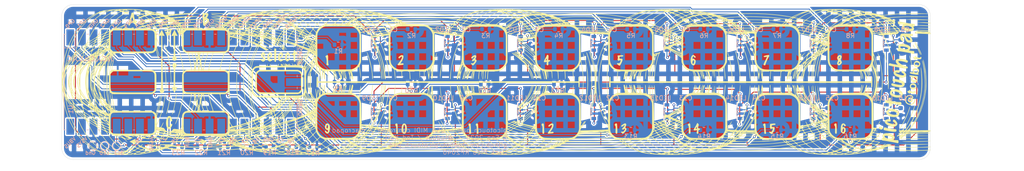
<source format=kicad_pcb>
(kicad_pcb (version 20240108) (generator "pcbnew") (generator_version "8.0")
  (layers (0 "F.Cu" signal) (31 "B.Cu" signal) (34 "B.Paste" user) (35 "F.Paste" user) (36 "B.SilkS" user "B.Silkscreen") (37 "F.SilkS" user "F.Silkscreen") (38 "B.Mask" user) (39 "F.Mask" user) (44 "Edge.Cuts" user))
  (net 0 "")
  (net 1 "GND")
  (net 2 "+3.3V")
  (net 3 "Net-(LED1-DOUT)")
  (net 14 "Net-(LED2-DOUT)")
  (net 15 "Net-(LED3-DOUT)")
  (net 16 "Net-(LED4-DOUT)")
  (net 17 "Net-(LED5-DOUT)")
  (net 18 "Net-(LED6-DOUT)")
  (net 19 "Net-(LED7-DOUT)")
  (net 20 "Net-(LED8-DOUT)")
  (net 21 "Net-(LED10-DIN)")
  (net 22 "Net-(LED10-DOUT)")
  (net 23 "Net-(LED11-DOUT)")
  (net 24 "Net-(LED12-DOUT)")
  (net 25 "Net-(LED13-DOUT)")
  (net 26 "Net-(LED14-DOUT)")
  (net 27 "Net-(LED15-DOUT)")
  (net 29 "/TOUCH1")
  (net 30 "/TOUCH2")
  (net 31 "/TOUCH3")
  (net 32 "/TOUCH4")
  (net 33 "/TOUCH5")
  (net 34 "/TOUCH6")
  (net 35 "/TOUCH7")
  (net 36 "/TOUCH8")
  (net 37 "/TOUCH9")
  (net 38 "/TOUCH10")
  (net 39 "/TOUCH11")
  (net 40 "/TOUCH12")
  (net 41 "/TOUCH13")
  (net 42 "/TOUCH14")
  (net 43 "/TOUCH15")
  (net 44 "/TOUCH16")
  (net 45 "/TOUCH17")
  (net 46 "/TOUCH18")
  (net 47 "/TOUCH19")
  (net 48 "/TOUCH20")
  (net 49 "/TOUCH21")
  (net 50 "/LED_DAT")
  (net 51 "/TOUCH23")
  (net 52 "/TOUCH22")
  (footprint "todbot_stuff:Pad-CapTouch-10x5mm-roundrect" (layer "F.Cu") (at 29.63 54.39)
    (property "Reference" "SW22" (hide yes))
    (property "Value" "1" (hide yes))
  )
  (footprint "todbot_stuff:Pad-CapTouch-10mm-roundrect" (layer "F.Cu") (at 170.63 52.89)
    (property "Reference" "SW15")
    (property "Value" "1")
  )
  (footprint "todbot_stuff:Pad-CapTouch-10x5mm-roundrect" (layer "F.Cu") (at 29.63 45.39)
    (property "Reference" "SW21" (hide yes))
    (property "Value" "1" (hide yes))
  )
  (footprint "todbot_stuff:Pad-CapTouch-10mm-roundrect" (layer "F.Cu") (at 138.63 52.89)
    (property "Reference" "SW13" (hide yes))
    (property "Value" "1" (hide yes))
  )
  (footprint "LOGO" (layer "F.Cu") (at 109.13 45.39)
    (property "Reference" "G***" (hide yes))
    (property "Value" "LOGO" (hide yes))
  )
  (footprint "todbot_stuff:Pad-CapTouch-10x5mm-roundrect" (layer "F.Cu") (at 45.63 54.39)
    (property "Reference" "SW20" (hide yes))
    (property "Value" "1" (hide yes))
  )
  (footprint "todbot_stuff:Pad-CapTouch-10x5mm-roundrect" (layer "F.Cu") (at 29.63 36.39)
    (property "Reference" "SW23" (hide yes))
    (property "Value" "1" (hide yes))
  )
  (footprint "todbot_stuff:Pad-CapTouch-10mm-roundrect" (layer "F.Cu") (at 186.63 37.89 90)
    (property "Reference" "SW8" (hide yes))
    (property "Value" "1" (hide yes))
  )
  (footprint "todbot_stuff:Pad-CapTouch-10mm-roundrect" (layer "F.Cu") (at 122.63 37.89 90)
    (property "Reference" "SW4" (hide yes))
    (property "Value" "1" (hide yes))
  )
  (footprint "todbot_stuff:Pad-CapTouch-10mm-roundrect" (layer "F.Cu") (at 90.63 52.89 90)
    (property "Reference" "SW10" (hide yes))
    (property "Value" "1" (hide yes))
  )
  (footprint "todbot_stuff:Pad-CapTouch-10mm-roundrect" (layer "F.Cu") (at 138.63 37.89 90)
    (property "Reference" "SW5" (hide yes))
    (property "Value" "1" (hide yes))
  )
  (footprint "todbot_stuff:Pad-CapTouch-10mm-roundrect" (layer "F.Cu") (at 154.63 37.89 90)
    (property "Reference" "SW6" (hide yes))
    (property "Value" "1" (hide yes))
  )
  (footprint "todbot_stuff:Pad-CapTouch-10mm-roundrect" (layer "F.Cu") (at 74.63 52.89 90)
    (property "Reference" "SW9" (hide yes))
    (property "Value" "1" (hide yes))
  )
  (footprint "todbot_stuff:Pad-CapTouch-10mm-roundrect" (layer "F.Cu") (at 186.63 52.89)
    (property "Reference" "SW16")
    (property "Value" "1")
  )
  (footprint "todbot_stuff:Pad-CapTouch-10mm-roundrect" (layer "F.Cu") (at 106.63 37.89 90)
    (property "Reference" "SW3" (hide yes))
    (property "Value" "1" (hide yes))
  )
  (footprint "todbot_stuff:Pad-CapTouch-10mm-roundrect" (layer "F.Cu") (at 122.63 52.89 90)
    (property "Reference" "SW12" (hide yes))
    (property "Value" "1" (hide yes))
  )
  (footprint "todbot_stuff:Pad-CapTouch-10mm-roundrect" (layer "F.Cu") (at 154.63 52.89)
    (property "Reference" "SW14" (hide yes))
    (property "Value" "1" (hide yes))
  )
  (footprint "todbot_stuff:Pad-CapTouch-10mm-roundrect" (layer "F.Cu") (at 106.63 52.89 90)
    (property "Reference" "SW11" (hide yes))
    (property "Value" "1" (hide yes))
  )
  (footprint "todbot_stuff:Pad-CapTouch-10x5mm-roundrect" (layer "F.Cu") (at 45.63 36.39)
    (property "Reference" "SW18" (hide yes))
    (property "Value" "1" (hide yes))
  )
  (footprint "todbot_stuff:Pad-CapTouch-10x5mm-roundrect" (layer "F.Cu") (at 61.63 45.39)
    (property "Reference" "SW17" (hide yes))
    (property "Value" "1" (hide yes))
  )
  (footprint "todbot_stuff:Pad-CapTouch-10x5mm-roundrect" (layer "F.Cu") (at 45.63 45.39)
    (property "Reference" "SW19" (hide yes))
    (property "Value" "1" (hide yes))
  )
  (footprint "todbot_stuff:Pad-CapTouch-10mm-roundrect" (layer "F.Cu") (at 170.63 37.89 90)
    (property "Reference" "SW7" (hide yes))
    (property "Value" "1" (hide yes))
  )
  (footprint "todbot_stuff:Pad-CapTouch-10mm-roundrect" (layer "F.Cu") (at 74.63 37.89)
    (property "Reference" "SW1")
    (property "Value" "1")
  )
  (footprint "todbot_stuff:Pad-CapTouch-10mm-roundrect" (layer "F.Cu") (at 90.63 37.89 90)
    (property "Reference" "SW2" (hide yes))
    (property "Value" "1" (hide yes))
  )
  (footprint "todbot_stuff:LED-SMD_4P-L3.2-W1.5_SK6805-EC3210R-keepout" (layer "B.Cu") (at 162.63 36.89 90)
    (property "Reference" "LED6")
    (property "Value" "SK6805-EC3210R" (hide yes))
  )
  (footprint "Capacitor_SMD:C_0603_1608Metric" (layer "B.Cu") (at 165.63 51.89 -90)
    (property "Reference" "C14")
    (property "Value" "100n")
  )
  (footprint "Capacitor_SMD:C_0603_1608Metric" (layer "B.Cu") (at 149.63 36.89 -90)
    (property "Reference" "C5")
    (property "Value" "100n")
  )
  (footprint "Resistor_SMD:R_0603_1608Metric" (layer "B.Cu") (at 74.63 45.39)
    (property "Reference" "R9")
    (property "Value" "1M")
  )
  (footprint "Resistor_SMD:R_0603_1608Metric" (layer "B.Cu") (at 90.63 45.89)
    (property "Reference" "R10")
    (property "Value" "1M")
  )
  (footprint "Resistor_SMD:R_0603_1608Metric" (layer "B.Cu") (at 69.13 59.59)
    (property "Reference" "R17")
    (property "Value" "1M")
  )
  (footprint "todbot_stuff:LED-SMD_4P-L3.2-W1.5_SK6805-EC3210R-keepout" (layer "B.Cu") (at 194.63 51.89 90)
    (property "Reference" "LED16")
    (property "Value" "SK6805-EC3210R" (hide yes))
  )
  (footprint "todbot_stuff:LED-SMD_4P-L3.2-W1.5_SK6805-EC3210R-keepout" (layer "B.Cu") (at 82.63 36.89 90)
    (property "Reference" "LED1")
    (property "Value" "SK6805-EC3210R" (hide yes))
  )
  (footprint "Resistor_SMD:R_0603_1608Metric" (layer "B.Cu") (at 138.63 55.89)
    (property "Reference" "R13")
    (property "Value" "1M")
  )
  (footprint "todbot_stuff:LED-SMD_4P-L3.2-W1.5_SK6805-EC3210R-keepout" (layer "B.Cu") (at 98.63 51.89 90)
    (property "Reference" "LED10")
    (property "Value" "SK6805-EC3210R" (hide yes))
  )
  (footprint "Resistor_SMD:R_0603_1608Metric" (layer "B.Cu") (at 90.63 33.79)
    (property "Reference" "R2")
    (property "Value" "1M")
  )
  (footprint "Resistor_SMD:R_0603_1608Metric" (layer "B.Cu") (at 186.63 33.79)
    (property "Reference" "R8")
    (property "Value" "1M")
  )
  (footprint "Resistor_SMD:R_0603_1608Metric" (layer "B.Cu") (at 154.63 33.79)
    (property "Reference" "R6")
    (property "Value" "1M")
  )
  (footprint "Resistor_SMD:R_0603_1608Metric" (layer "B.Cu") (at 39.63 59.59 180)
    (property "Reference" "R23")
    (property "Value" "1M")
  )
  (footprint "Resistor_SMD:R_0603_1608Metric" (layer "B.Cu") (at 154.63 55.89)
    (property "Reference" "R14")
    (property "Value" "1M")
  )
  (footprint "todbot_stuff:LED-SMD_4P-L3.2-W1.5_SK6805-EC3210R-keepout" (layer "B.Cu") (at 130.63 51.89 90)
    (property "Reference" "LED12")
    (property "Value" "SK6805-EC3210R" (hide yes))
  )
  (footprint "TestPoint:TestPoint_Pad_D1.5mm" (layer "B.Cu") (at 23.53 59.39 -90)
    (property "Reference" "TP3" (hide yes))
    (property "Value" "LED" (hide yes))
  )
  (footprint "todbot_stuff:LED-SMD_4P-L3.2-W1.5_SK6805-EC3210R-keepout" (layer "B.Cu") (at 130.63 36.89 90)
    (property "Reference" "LED4")
    (property "Value" "SK6805-EC3210R" (hide yes))
  )
  (footprint "todbot_stuff:LED-SMD_4P-L3.2-W1.5_SK6805-EC3210R-keepout" (layer "B.Cu") (at 114.63 51.89 90)
    (property "Reference" "LED11")
    (property "Value" "SK6805-EC3210R" (hide yes))
  )
  (footprint "todbot_RPI_Pico:RPi_Pico_SMD" (layer "B.Cu") (at 40.13 45.39 -90)
    (property "Reference" "U1")
    (property "Value" "Pico")
  )
  (footprint "todbot_stuff:LED-SMD_4P-L3.2-W1.5_SK6805-EC3210R-keepout" (layer "B.Cu") (at 178.63 36.89 90)
    (property "Reference" "LED7")
    (property "Value" "SK6805-EC3210R" (hide yes))
  )
  (footprint "todbot_stuff:LED-SMD_4P-L3.2-W1.5_SK6805-EC3210R-keepout" (layer "B.Cu") (at 162.63 51.89 90)
    (property "Reference" "LED14")
    (property "Value" "SK6805-EC3210R" (hide yes))
  )
  (footprint "Resistor_SMD:R_0603_1608Metric" (layer "B.Cu") (at 74.63 37.19)
    (property "Reference" "R1")
    (property "Value" "1M")
  )
  (footprint "Resistor_SMD:R_0603_1608Metric" (layer "B.Cu") (at 106.63 45.89)
    (property "Reference" "R11")
    (property "Value" "1M")
  )
  (footprint "Resistor_SMD:R_0603_1608Metric" (layer "B.Cu") (at 122.63 45.89)
    (property "Reference" "R12")
    (property "Value" "1M")
  )
  (footprint "Capacitor_SMD:C_0603_1608Metric" (layer "B.Cu") (at 85.63 51.89 -90)
    (property "Reference" "C9")
    (property "Value" "100n")
  )
  (footprint "Capacitor_SMD:C_0603_1608Metric" (layer "B.Cu") (at 117.63 36.89 -90)
    (property "Reference" "C3")
    (property "Value" "100n")
  )
  (footprint "Capacitor_SMD:C_0603_1608Metric" (layer "B.Cu") (at 133.63 36.89 -90)
    (property "Reference" "C4")
    (property "Value" "100n")
  )
  (footprint "Capacitor_SMD:C_0603_1608Metric" (layer "B.Cu") (at 197.63 36.89 -90)
    (property "Reference" "C8")
    (property "Value" "100n")
  )
  (footprint "todbot_stuff:LED-SMD_4P-L3.2-W1.5_SK6805-EC3210R-keepout" (layer "B.Cu") (at 194.63 36.89 90)
    (property "Reference" "LED8")
    (property "Value" "SK6805-EC3210R" (hide yes))
  )
  (footprint "todbot_stuff:LED-SMD_4P-L3.2-W1.5_SK6805-EC3210R-keepout" (layer "B.Cu") (at 114.63 36.89 90)
    (property "Reference" "LED3")
    (property "Value" "SK6805-EC3210R" (hide yes))
  )
  (footprint "Resistor_SMD:R_0603_1608Metric" (layer "B.Cu") (at 49.63 59.59 180)
    (property "Reference" "R21")
    (property "Value" "1M")
  )
  (footprint "Resistor_SMD:R_0603_1608Metric" (layer "B.Cu") (at 170.63 55.89)
    (property "Reference" "R15")
    (property "Value" "1M")
  )
  (footprint "todbot_stuff:LED-SMD_4P-L3.2-W1.5_SK6805-EC3210R-keepout" (layer "B.Cu") (at 82.63 51.89 90)
    (property "Reference" "LED9")
    (property "Value" "SK6805-EC3210R" (hide yes))
  )
  (footprint "todbot_stuff:LED-SMD_4P-L3.2-W1.5_SK6805-EC3210R-keepout" (layer "B.Cu") (at 98.63 36.89 90)
    (property "Reference" "LED2")
    (property "Value" "SK6805-EC3210R" (hide yes))
  )
  (footprint "Capacitor_SMD:C_0603_1608Metric" (layer "B.Cu") (at 133.63 51.89 -90)
    (property "Reference" "C12")
    (property "Value" "100n")
  )
  (footprint "Resistor_SMD:R_0603_1608Metric" (layer "B.Cu") (at 122.83 33.79)
    (property "Reference" "R4")
    (property "Value" "1M")
  )
  (footprint "Capacitor_SMD:C_0603_1608Metric" (layer "B.Cu") (at 149.63 51.89 -90)
    (property "Reference" "C13")
    (property "Value" "100n")
  )
  (footprint "todbot_stuff:LED-SMD_4P-L3.2-W1.5_SK6805-EC3210R-keepout" (layer "B.Cu") (at 178.63 51.89 90)
    (property "Reference" "LED15")
    (property "Value" "SK6805-EC3210R" (hide yes))
  )
  (footprint "Resistor_SMD:R_0603_1608Metric" (layer "B.Cu") (at 138.63 33.79)
    (property "Reference" "R5")
    (property "Value" "1M")
  )
  (footprint "Capacitor_SMD:C_0603_1608Metric" (layer "B.Cu") (at 117.63 51.89 -90)
    (property "Reference" "C11")
    (property "Value" "100n")
  )
  (footprint "Capacitor_SMD:C_0603_1608Metric" (layer "B.Cu") (at 85.63 36.89 -90)
    (property "Reference" "C1")
    (property "Value" "100n")
  )
  (footprint "Resistor_SMD:R_0603_1608Metric" (layer "B.Cu") (at 106.89 33.79)
    (property "Reference" "R3")
    (property "Value" "1M")
  )
  (footprint "Resistor_SMD:R_0603_1608Metric" (layer "B.Cu") (at 186.63 55.89)
    (property "Reference" "R16")
    (property "Value" "1M")
  )
  (footprint "Capacitor_SMD:C_0603_1608Metric" (layer "B.Cu") (at 101.63 51.89 -90)
    (property "Reference" "C10")
    (property "Value" "100n")
  )
  (footprint "todbot_stuff:LED-SMD_4P-L3.2-W1.5_SK6805-EC3210R-keepout" (layer "B.Cu") (at 146.63 51.89 90)
    (property "Reference" "LED13")
    (property "Value" "SK6805-EC3210R" (hide yes))
  )
  (footprint "Resistor_SMD:R_0603_1608Metric" (layer "B.Cu") (at 59.63 59.59 180)
    (property "Reference" "R19")
    (property "Value" "1M")
  )
  (footprint "todbot_stuff:LED-SMD_4P-L3.2-W1.5_SK6805-EC3210R-keepout" (layer "B.Cu") (at 146.63 36.89 90)
    (property "Reference" "LED5")
    (property "Value" "SK6805-EC3210R" (hide yes))
  )
  (footprint "Capacitor_SMD:C_0603_1608Metric" (layer "B.Cu") (at 197.63 51.89 -90)
    (property "Reference" "C16")
    (property "Value" "100n")
  )
  (footprint "Capacitor_SMD:C_0603_1608Metric" (layer "B.Cu") (at 181.63 36.89 -90)
    (property "Reference" "C7")
    (property "Value" "100n")
  )
  (footprint "Resistor_SMD:R_0603_1608Metric" (layer "B.Cu") (at 54.63 59.59 180)
    (property "Reference" "R20")
    (property "Value" "1M")
  )
  (footprint "Capacitor_SMD:C_0603_1608Metric" (layer "B.Cu") (at 165.63 36.89 -90)
    (property "Reference" "C6")
    (property "Value" "100n")
  )
  (footprint "Resistor_SMD:R_0603_1608Metric" (layer "B.Cu") (at 170.63 33.79)
    (property "Reference" "R7")
    (property "Value" "1M")
  )
  (footprint "Capacitor_SMD:C_0603_1608Metric" (layer "B.Cu") (at 101.63 36.89 -90)
    (property "Reference" "C2")
    (property "Value" "100n")
  )
  (footprint "TestPoint:TestPoint_Pad_D1.5mm" (layer "B.Cu") (at 26.13 59.39 -90)
    (property "Reference" "TP2" (hide yes))
    (property "Value" "V+" (hide yes))
  )
  (footprint "Capacitor_SMD:C_0603_1608Metric" (layer "B.Cu") (at 181.63 51.89 -90)
    (property "Reference" "C15")
    (property "Value" "100n")
  )
  (footprint "Resistor_SMD:R_0603_1608Metric" (layer "B.Cu") (at 44.63 59.59 180)
    (property "Reference" "R22")
    (property "Value" "1M")
  )
  (footprint "Resistor_SMD:R_0603_1608Metric" (layer "B.Cu") (at 64.63 59.59 180)
    (property "Reference" "R18")
    (property "Value" "1M")
  )
  (footprint "TestPoint:TestPoint_Pad_D1.5mm" (layer "B.Cu") (at 20.93 59.39 -90)
    (property "Reference" "TP1" (hide yes))
    (property "Value" "Gnd" (hide yes))
  )
  (gr_arc (start 181.83 35.49) (mid 182.532944 33.792944) (end 184.23 33.09) (stroke (width 0.3)) (layer "F.SilkS"))
  (gr_arc (start 49.63 42.89) (mid 50.337107 43.182893) (end 50.63 43.89) (stroke (width 0.3)) (layer "F.SilkS"))
  (gr_arc (start 175.43 55.49) (mid 174.727056 57.187056) (end 173.03 57.89) (stroke (width 0.3)) (layer "F.SilkS"))
  (gr_arc (start 77.03 32.99) (mid 78.727056 33.692944) (end 79.43 35.39) (stroke (width 0.3)) (layer "F.SilkS"))
  (gr_line (start 40.63 37.89) (end 40.63 34.89) (stroke (width 0.3)) (layer "F.SilkS"))
  (gr_line (start 56.63 46.89) (end 56.63 43.89) (stroke (width 0.3)) (layer "F.SilkS"))
  (gr_line (start 157.03 57.89) (end 152.23 57.89) (stroke (width 0.3)) (layer "F.SilkS"))
  (gr_line (start 77.03 57.79) (end 72.23 57.79) (stroke (width 0.3)) (layer "F.SilkS"))
  (gr_line (start 168.23 48.09) (end 173.03 48.09) (stroke (width 0.3)) (layer "F.SilkS"))
  (gr_line (start 125.03 57.89) (end 120.23 57.89) (stroke (width 0.3)) (layer "F.SilkS"))
  (gr_line (start 40.63 55.89) (end 40.63 52.89) (stroke (width 0.3)) (layer "F.SilkS"))
  (gr_line (start 127.43 50.49) (end 127.43 55.49) (stroke (width 0.3)) (layer "F.SilkS"))
  (gr_line (start 69.83 55.39) (end 69.83 50.39) (stroke (width 0.3)) (layer "F.SilkS"))
  (gr_line (start 152.23 48.09) (end 157.03 48.09) (stroke (width 0.3)) (layer "F.SilkS"))
  (gr_arc (start 175.43 40.49) (mid 174.727056 42.187056) (end 173.03 42.89) (stroke (width 0.3)) (layer "F.SilkS"))
  (gr_arc (start 33.63 33.89) (mid 34.3371 34.182896) (end 34.63 34.89) (stroke (width 0.3)) (layer "F.SilkS"))
  (gr_arc (start 95.43 55.39) (mid 94.727056 57.087056) (end 93.03 57.79) (stroke (width 0.3)) (layer "F.SilkS"))
  (gr_line (start 181.83 55.49) (end 181.83 50.49) (stroke (width 0.3)) (layer "F.SilkS"))
  (gr_line (start 109.03 57.89) (end 104.23 57.89) (stroke (width 0.3)) (layer "F.SilkS"))
  (gr_arc (start 143.43 40.49) (mid 142.727056 42.187056) (end 141.03 42.89) (stroke (width 0.3)) (layer "F.SilkS"))
  (gr_line (start 101.83 55.49) (end 101.83 50.49) (stroke (width 0.3)) (layer "F.SilkS"))
  (gr_line (start 95.43 50.39) (end 95.43 55.39) (stroke (width 0.3)) (layer "F.SilkS"))
  (gr_line (start 109.03 42.89) (end 104.23 42.89) (stroke (width 0.3)) (layer "F.SilkS"))
  (gr_arc (start 25.63 47.89) (mid 24.922893 47.597107) (end 24.63 46.89) (stroke (width 0.3)) (layer "F.SilkS"))
  (gr_arc (start 191.43 55.49) (mid 190.727056 57.187056) (end 189.03 57.89) (stroke (width 0.3)) (layer "F.SilkS"))
  (gr_arc (start 49.63 51.89) (mid 50.337107 52.182893) (end 50.63 52.89) (stroke (width 0.3)) (layer "F.SilkS"))
  (gr_line (start 41.63 42.89) (end 49.63 42.89) (stroke (width 0.3)) (layer "F.SilkS"))
  (gr_arc (start 34.63 55.89) (mid 34.337107 56.597107) (end 33.63 56.89) (stroke (width 0.3)) (layer "F.SilkS"))
  (gr_arc (start 157.03 48.09) (mid 158.727056 48.792944) (end 159.43 50.49) (stroke (width 0.3)) (layer "F.SilkS"))
  (gr_line (start 49.63 38.89) (end 41.63 38.89) (stroke (width 0.3)) (layer "F.SilkS"))
  (gr_line (start 184.23 48.09) (end 189.03 48.09) (stroke (width 0.3)) (layer "F.SilkS"))
  (gr_line (start 72.23 32.99) (end 77.03 32.99) (stroke (width 0.3)) (layer "F.SilkS"))
  (gr_line (start 24.63 46.89) (end 24.63 43.89) (stroke (width 0.3)) (layer "F.SilkS"))
  (gr_line (start 34.63 34.89) (end 34.63 37.89) (stroke (width 0.3)) (layer "F.SilkS"))
  (gr_arc (start 85.83 35.39) (mid 86.532944 33.692944) (end 88.23 32.99) (stroke (width 0.3)) (layer "F.SilkS"))
  (gr_line (start 141.03 57.89) (end 136.23 57.89) (stroke (width 0.3)) (layer "F.SilkS"))
  (gr_arc (start 141.03 48.09) (mid 142.727056 48.792944) (end 143.43 50.49) (stroke (width 0.3)) (layer "F.SilkS"))
  (gr_arc (start 120.23 57.89) (mid 118.532944 57.187056) (end 117.83 55.49) (stroke (width 0.3)) (layer "F.SilkS"))
  (gr_arc (start 25.63 38.89) (mid 24.922893 38.597107) (end 24.63 37.89) (stroke (width 0.3)) (layer "F.SilkS"))
  (gr_arc (start 40.63 43.89) (mid 40.922893 43.182893) (end 41.63 42.89) (stroke (width 0.3)) (layer "F.SilkS"))
  (gr_arc (start 33.63 42.89) (mid 34.337107 43.182893) (end 34.63 43.89) (stroke (width 0.3)) (layer "F.SilkS"))
  (gr_arc (start 111.43 55.49) (mid 110.727056 57.187056) (end 109.03 57.89) (stroke (width 0.3)) (layer "F.SilkS"))
  (gr_arc (start 79.43 55.39) (mid 78.727056 57.087056) (end 77.03 57.79) (stroke (width 0.3)) (layer "F.SilkS"))
  (gr_arc (start 149.83 50.49) (mid 150.532944 48.792944) (end 152.23 48.09) (stroke (width 0.3)) (layer "F.SilkS"))
  (gr_line (start 25.63 51.89) (end 33.63 51.89) (stroke (width 0.3)) (layer "F.SilkS"))
  (gr_arc (start 69.83 35.39) (mid 70.532944 33.692944) (end 72.23 32.99) (stroke (width 0.3)) (layer "F.SilkS"))
  (gr_arc (start 41.63 38.89) (mid 40.922893 38.597107) (end 40.63 37.89) (stroke (width 0.3)) (layer "F.SilkS"))
  (gr_line (start 93.03 42.79) (end 88.23 42.79) (stroke (width 0.3)) (layer "F.SilkS"))
  (gr_line (start 184.23 33.09) (end 189.03 33.09) (stroke (width 0.3)) (layer "F.SilkS"))
  (gr_line (start 189.03 57.89) (end 184.23 57.89) (stroke (width 0.3)) (layer "F.SilkS"))
  (gr_arc (start 159.43 40.49) (mid 158.727056 42.187056) (end 157.03 42.89) (stroke (width 0.3)) (layer "F.SilkS"))
  (gr_line (start 165.83 40.49) (end 165.83 35.49) (stroke (width 0.3)) (layer "F.SilkS"))
  (gr_line (start 50.63 34.89) (end 50.63 37.89) (stroke (width 0.3)) (layer "F.SilkS"))
  (gr_line (start 125.03 42.89) (end 120.23 42.89) (stroke (width 0.3)) (layer "F.SilkS"))
  (gr_line (start 33.63 47.89) (end 25.63 47.89) (stroke (width 0.3)) (layer "F.SilkS"))
  (gr_line (start 104.23 48.09) (end 109.03 48.09) (stroke (width 0.3)) (layer "F.SilkS"))
  (gr_arc (start 33.63 51.89) (mid 34.337107 52.182893) (end 34.63 52.89) (stroke (width 0.3)) (layer "F.SilkS"))
  (gr_line (start 33.63 56.89) (end 25.63 56.89) (stroke (width 0.3)) (layer "F.SilkS"))
  (gr_line (start 69.83 40.39) (end 69.83 35.39) (stroke (width 0.3)) (layer "F.SilkS"))
  (gr_line (start 79.43 50.39) (end 79.43 55.39) (stroke (width 0.3)) (layer "F.SilkS"))
  (gr_line (start 173.03 42.89) (end 168.23 42.89) (stroke (width 0.3)) (layer "F.SilkS"))
  (gr_line (start 95.43 35.39) (end 95.43 40.39) (stroke (width 0.3)) (layer "F.SilkS"))
  (gr_line (start 111.43 50.49) (end 111.43 55.49) (stroke (width 0.3)) (layer "F.SilkS"))
  (gr_line (start 65.63 47.89) (end 57.63 47.89) (stroke (width 0.3)) (layer "F.SilkS"))
  (gr_arc (start 191.43 40.49) (mid 190.727056 42.187056) (end 189.03 42.89) (stroke (width 0.3)) (layer "F.SilkS"))
  (gr_arc (start 24.63 34.89) (mid 24.922893 34.182893) (end 25.63 33.89) (stroke (width 0.3)) (layer "F.SilkS"))
  (gr_arc (start 111.43 40.49) (mid 110.727056 42.187056) (end 109.03 42.89) (stroke (width 0.3)) (layer "F.SilkS"))
  (gr_line (start 189.03 42.89) (end 184.23 42.89) (stroke (width 0.3)) (layer "F.SilkS"))
  (gr_line (start 173.03 57.89) (end 168.23 57.89) (stroke (width 0.3)) (layer "F.SilkS"))
  (gr_arc (start 127.43 40.49) (mid 126.727056 42.187056) (end 125.03 42.89) (stroke (width 0.3)) (layer "F.SilkS"))
  (gr_line (start 117.83 40.49) (end 117.83 35.49) (stroke (width 0.3)) (layer "F.SilkS"))
  (gr_line (start 72.23 47.99) (end 77.03 47.99) (stroke (width 0.3)) (layer "F.SilkS"))
  (gr_line (start 168.23 33.09) (end 173.03 33.09) (stroke (width 0.3)) (layer "F.SilkS"))
  (gr_line (start 157.03 42.89) (end 152.23 42.89) (stroke (width 0.3)) (layer "F.SilkS"))
  (gr_arc (start 104.23 42.89) (mid 102.532944 42.187056) (end 101.83 40.49) (stroke (width 0.3)) (layer "F.SilkS"))
  (gr_arc (start 143.43 55.49) (mid 142.727056 57.187056) (end 141.03 57.89) (stroke (width 0.3)) (layer "F.SilkS"))
  (gr_arc (start 34.63 37.89) (mid 34.337105 38.597105) (end 33.63 38.89) (stroke (width 0.3)) (layer "F.SilkS"))
  (gr_arc (start 41.63 47.89) (mid 40.922893 47.597107) (end 40.63 46.89) (stroke (width 0.3)) (layer "F.SilkS"))
  (gr_arc (start 72.23 57.79) (mid 70.532944 57.087056) (end 69.83 55.39) (stroke (width 0.3)) (layer "F.SilkS"))
  (gr_arc (start 66.63 46.89) (mid 66.337107 47.597107) (end 65.63 47.89) (stroke (width 0.3)) (layer "F.SilkS"))
  (gr_arc (start 49.63 33.89) (mid 50.337107 34.182893) (end 50.63 34.89) (stroke (width 0.3)) (layer "F.SilkS"))
  (gr_arc (start 181.83 50.49) (mid 182.532944 48.792944) (end 184.23 48.09) (stroke (width 0.3)) (layer "F.SilkS"))
  (gr_line (start 25.63 33.89) (end 33.63 33.89) (stroke (width 0.3)) (layer "F.SilkS"))
  (gr_arc (start 173.03 33.09) (mid 174.727056 33.792944) (end 175.43 35.49) (stroke (width 0.3)) (layer "F.SilkS"))
  (gr_arc (start 104.23 57.89) (mid 102.532944 57.187056) (end 101.83 55.49) (stroke (width 0.3)) (layer "F.SilkS"))
  (gr_line (start 88.23 47.99) (end 93.03 47.99) (stroke (width 0.3)) (layer "F.SilkS"))
  (gr_line (start 57.63 42.89) (end 65.63 42.89) (stroke (width 0.3)) (layer "F.SilkS"))
  (gr_arc (start 40.63 52.89) (mid 40.922893 52.182893) (end 41.63 51.89) (stroke (width 0.3)) (layer "F.SilkS"))
  (gr_line (start 101.83 40.49) (end 101.83 35.49) (stroke (width 0.3)) (layer "F.SilkS"))
  (gr_line (start 49.63 47.89) (end 41.63 47.89) (stroke (width 0.3)) (layer "F.SilkS"))
  (gr_line (start 141.03 42.89) (end 136.23 42.89) (stroke (width 0.3)) (layer "F.SilkS"))
  (gr_arc (start 24.63 52.89) (mid 24.922893 52.182893) (end 25.63 51.89) (stroke (width 0.3)) (layer "F.SilkS"))
  (gr_arc (start 120.23 42.89) (mid 118.532944 42.187056) (end 117.83 40.49) (stroke (width 0.3)) (layer "F.SilkS"))
  (gr_line (start 24.63 37.89) (end 24.63 34.89) (stroke (width 0.3)) (layer "F.SilkS"))
  (gr_line (start 41.63 51.89) (end 49.63 51.89) (stroke (width 0.3)) (layer "F.SilkS"))
  (gr_arc (start 101.83 35.49) (mid 102.532944 33.792944) (end 104.23 33.09) (stroke (width 0.3)) (layer "F.SilkS"))
  (gr_line (start 136.23 33.09) (end 141.03 33.09) (stroke (width 0.3)) (layer "F.SilkS"))
  (gr_arc (start 159.43 55.49) (mid 158.727056 57.187056) (end 157.03 57.89) (stroke (width 0.3)) (layer "F.SilkS"))
  (gr_line (start 143.43 35.49) (end 143.43 40.49) (stroke (width 0.3)) (layer "F.SilkS"))
  (gr_arc (start 152.23 57.89) (mid 150.532944 57.187056) (end 149.83 55.49) (stroke (width 0.3)) (layer "F.SilkS"))
  (gr_line (start 50.63 43.89) (end 50.63 46.89) (stroke (width 0.3)) (layer "F.SilkS"))
  (gr_arc (start 168.23 42.89) (mid 166.532944 42.187056) (end 165.83 40.49) (stroke (width 0.3)) (layer "F.SilkS"))
  (gr_arc (start 41.63 56.89) (mid 40.922893 56.597107) (end 40.63 55.89) (stroke (width 0.3)) (layer "F.SilkS"))
  (gr_arc (start 65.63 42.89) (mid 66.337107 43.182893) (end 66.63 43.89) (stroke (width 0.3)) (layer "F.SilkS"))
  (gr_arc (start 69.83 50.39) (mid 70.532944 48.692944) (end 72.23 47.99) (stroke (width 0.3)) (layer "F.SilkS"))
  (gr_arc (start 136.23 42.89) (mid 134.532944 42.187056) (end 133.83 40.49) (stroke (width 0.3)) (layer "F.SilkS"))
  (gr_arc (start 152.23 42.89) (mid 150.532944 42.187056) (end 149.83 40.49) (stroke (width 0.3)) (layer "F.SilkS"))
  (gr_arc (start 133.83 35.49) (mid 134.532944 33.792944) (end 136.23 33.09) (stroke (width 0.3)) (layer "F.SilkS"))
  (gr_line (start 175.43 50.49) (end 175.43 55.49) (stroke (width 0.3)) (layer "F.SilkS"))
  (gr_arc (start 24.63 43.89) (mid 24.922893 43.182893) (end 25.63 42.89) (stroke (width 0.3)) (layer "F.SilkS"))
  (gr_line (start 85.83 55.39) (end 85.83 50.39) (stroke (width 0.3)) (layer "F.SilkS"))
  (gr_line (start 159.43 35.49) (end 159.43 40.49) (stroke (width 0.3)) (layer "F.SilkS"))
  (gr_arc (start 88.23 42.79) (mid 86.532944 42.087056) (end 85.83 40.39) (stroke (width 0.3)) (layer "F.SilkS"))
  (gr_arc (start 189.03 48.09) (mid 190.727056 48.792944) (end 191.43 50.49) (stroke (width 0.3)) (layer "F.SilkS"))
  (gr_line (start 24.63 55.89) (end 24.63 52.89) (stroke (width 0.3)) (layer "F.SilkS"))
  (gr_line (start 111.43 35.49) (end 111.43 40.49) (stroke (width 0.3)) (layer "F.SilkS"))
  (gr_line (start 152.23 33.09) (end 157.03 33.09) (stroke (width 0.3)) (layer "F.SilkS"))
  (gr_arc (start 88.23 57.79) (mid 86.532944 57.087056) (end 85.83 55.39) (stroke (width 0.3)) (layer "F.SilkS"))
  (gr_arc (start 125.03 48.09) (mid 126.727056 48.792944) (end 127.43 50.49) (stroke (width 0.3)) (layer "F.SilkS"))
  (gr_line (start 34.63 52.89) (end 34.63 55.89) (stroke (width 0.3)) (layer "F.SilkS"))
  (gr_line (start 175.43 35.49) (end 175.43 40.49) (stroke (width 0.3)) (layer "F.SilkS"))
  (gr_line (start 120.23 48.09) (end 125.03 48.09) (stroke (width 0.3)) (layer "F.SilkS"))
  (gr_arc (start 189.03 33.09) (mid 190.727056 33.792944) (end 191.43 35.49) (stroke (width 0.3)) (layer "F.SilkS"))
  (gr_arc (start 50.63 37.89) (mid 50.337107 38.597107) (end 49.63 38.89) (stroke (width 0.3)) (layer "F.SilkS"))
  (gr_line (start 181.83 40.49) (end 181.83 35.49) (stroke (width 0.3)) (layer "F.SilkS"))
  (gr_line (start 104.23 33.09) (end 109.03 33.09) (stroke (width 0.3)) (layer "F.SilkS"))
  (gr_line (start 40.63 46.89) (end 40.63 43.89) (stroke (width 0.3)) (layer "F.SilkS"))
  (gr_arc (start 127.43 55.49) (mid 126.727056 57.187056) (end 125.03 57.89) (stroke (width 0.3)) (layer "F.SilkS"))
  (gr_line (start 159.43 50.49) (end 159.43 55.49) (stroke (width 0.3)) (layer "F.SilkS"))
  (gr_line (start 143.43 50.49) (end 143.43 55.49) (stroke (width 0.3)) (layer "F.SilkS"))
  (gr_arc (start 117.83 35.49) (mid 118.532944 33.792944) (end 120.23 33.09) (stroke (width 0.3)) (layer "F.SilkS"))
  (gr_arc (start 136.23 57.89) (mid 134.532944 57.187056) (end 133.83 55.49) (stroke (width 0.3)) (layer "F.SilkS"))
  (gr_line (start 120.23 33.09) (end 125.03 33.09) (stroke (width 0.3)) (layer "F.SilkS"))
  (gr_arc (start 79.43 40.39) (mid 78.727056 42.087056) (end 77.03 42.79) (stroke (width 0.3)) (layer "F.SilkS"))
  (gr_arc (start 25.63 56.89) (mid 24.922893 56.597107) (end 24.63 55.89) (stroke (width 0.3)) (layer "F.SilkS"))
  (gr_line (start 77.03 42.79) (end 72.23 42.79) (stroke (width 0.3)) (layer "F.SilkS"))
  (gr_line (start 133.83 40.49) (end 133.83 35.49) (stroke (width 0.3)) (layer "F.SilkS"))
  (gr_arc (start 109.03 48.09) (mid 110.727056 48.792944) (end 111.43 50.49) (stroke (width 0.3)) (layer "F.SilkS"))
  (gr_arc (start 72.23 42.79) (mid 70.532944 42.087056) (end 69.83 40.39) (stroke (width 0.3)) (layer "F.SilkS"))
  (gr_line (start 34.63 43.89) (end 34.63 46.89) (stroke (width 0.3)) (layer "F.SilkS"))
  (gr_arc (start 40.63 34.89) (mid 40.922893 34.182893) (end 41.63 33.89) (stroke (width 0.3)) (layer "F.SilkS"))
  (gr_arc (start 168.23 57.89) (mid 166.532944 57.187056) (end 165.83 55.49) (stroke (width 0.3)) (layer "F.SilkS"))
  (gr_arc (start 117.83 50.49) (mid 118.532944 48.792944) (end 120.23 48.09) (stroke (width 0.3)) (layer "F.SilkS"))
  (gr_arc (start 101.83 50.49) (mid 102.532944 48.792944) (end 104.23 48.09) (stroke (width 0.3)) (layer "F.SilkS"))
  (gr_arc (start 165.83 50.49) (mid 166.532944 48.792944) (end 168.23 48.09) (stroke (width 0.3)) (layer "F.SilkS"))
  (gr_arc (start 165.83 35.49) (mid 166.532944 33.792944) (end 168.23 33.09) (stroke (width 0.3)) (layer "F.SilkS"))
  (gr_arc (start 157.03 33.09) (mid 158.727056 33.792944) (end 159.43 35.49) (stroke (width 0.3)) (layer "F.SilkS"))
  (gr_line (start 127.43 35.49) (end 127.43 40.49) (stroke (width 0.3)) (layer "F.SilkS"))
  (gr_arc (start 50.63 46.89) (mid 50.337107 47.597107) (end 49.63 47.89) (stroke (width 0.3)) (layer "F.SilkS"))
  (gr_arc (start 57.63 47.89) (mid 56.922893 47.597107) (end 56.63 46.89) (stroke (width 0.3)) (layer "F.SilkS"))
  (gr_arc (start 77.03 47.99) (mid 78.727056 48.692944) (end 79.43 50.39) (stroke (width 0.3)) (layer "F.SilkS"))
  (gr_line (start 133.83 55.49) (end 133.83 50.49) (stroke (width 0.3)) (layer "F.SilkS"))
  (gr_line (start 85.83 40.39) (end 85.83 35.39) (stroke (width 0.3)) (layer "F.SilkS"))
  (gr_arc (start 93.03 32.99) (mid 94.727056 33.692944) (end 95.43 35.39) (stroke (width 0.3)) (layer "F.SilkS"))
  (gr_line (start 33.63 38.89) (end 25.63 38.89) (stroke (width 0.3)) (layer "F.SilkS"))
  (gr_arc (start 109.03 33.09) (mid 110.727056 33.792944) (end 111.43 35.49) (stroke (width 0.3)) (layer "F.SilkS"))
  (gr_line (start 25.63 42.89) (end 33.63 42.89) (stroke (width 0.3)) (layer "F.SilkS"))
  (gr_line (start 149.83 40.49) (end 149.83 35.49) (stroke (width 0.3)) (layer "F.SilkS"))
  (gr_arc (start 184.23 57.89) (mid 182.532944 57.187056) (end 181.83 55.49) (stroke (width 0.3)) (layer "F.SilkS"))
  (gr_arc (start 184.23 42.89) (mid 182.532944 42.187056) (end 181.83 40.49) (stroke (width 0.3)) (layer "F.SilkS"))
  (gr_arc (start 34.63 46.89) (mid 34.337107 47.597107) (end 33.63 47.89) (stroke (width 0.3)) (layer "F.SilkS"))
  (gr_arc (start 149.83 35.49) (mid 150.532944 33.792944) (end 152.23 33.09) (stroke (width 0.3)) (layer "F.SilkS"))
  (gr_arc (start 56.63 43.89) (mid 56.922893 43.182893) (end 57.63 42.89) (stroke (width 0.3)) (layer "F.SilkS"))
  (gr_arc (start 93.03 47.99) (mid 94.727056 48.692944) (end 95.43 50.39) (stroke (width 0.3)) (layer "F.SilkS"))
  (gr_line (start 66.63 43.89) (end 66.63 46.89) (stroke (width 0.3)) (layer "F.SilkS"))
  (gr_line (start 136.23 48.09) (end 141.03 48.09) (stroke (width 0.3)) (layer "F.SilkS"))
  (gr_arc (start 173.03 48.09) (mid 174.727056 48.792944) (end 175.43 50.49) (stroke (width 0.3)) (layer "F.SilkS"))
  (gr_line (start 93.03 57.79) (end 88.23 57.79) (stroke (width 0.3)) (layer "F.SilkS"))
  (gr_line (start 50.63 52.89) (end 50.63 55.89) (stroke (width 0.3)) (layer "F.SilkS"))
  (gr_arc (start 95.43 40.39) (mid 94.727056 42.087056) (end 93.03 42.79) (stroke (width 0.3)) (layer "F.SilkS"))
  (gr_line (start 149.83 55.49) (end 149.83 50.49) (stroke (width 0.3)) (layer "F.SilkS"))
  (gr_line (start 41.63 33.89) (end 49.63 33.89) (stroke (width 0.3)) (layer "F.SilkS"))
  (gr_line (start 191.43 35.49) (end 191.43 40.49) (stroke (width 0.3)) (layer "F.SilkS"))
  (gr_arc (start 141.03 33.09) (mid 142.727056 33.792944) (end 143.43 35.49) (stroke (width 0.3)) (layer "F.SilkS"))
  (gr_line (start 191.43 50.49) (end 191.43 55.49) (stroke (width 0.3)) (layer "F.SilkS"))
  (gr_arc (start 50.63 55.89) (mid 50.337107 56.597107) (end 49.63 56.89) (stroke (width 0.3)) (layer "F.SilkS"))
  (gr_arc (start 85.83 50.39) (mid 86.532944 48.692944) (end 88.23 47.99) (stroke (width 0.3)) (layer "F.SilkS"))
  (gr_line (start 165.83 55.49) (end 165.83 50.49) (stroke (width 0.3)) (layer "F.SilkS"))
  (gr_line (start 88.23 32.99) (end 93.03 32.99) (stroke (width 0.3)) (layer "F.SilkS"))
  (gr_line (start 79.43 35.39) (end 79.43 40.39) (stroke (width 0.3)) (layer "F.SilkS"))
  (gr_arc (start 125.03 33.09) (mid 126.727056 33.792944) (end 127.43 35.49) (stroke (width 0.3)) (layer "F.SilkS"))
  (gr_line (start 117.83 55.49) (end 117.83 50.49) (stroke (width 0.3)) (layer "F.SilkS"))
  (gr_arc (start 133.83 50.49) (mid 134.532944 48.792944) (end 136.23 48.09) (stroke (width 0.3)) (layer "F.SilkS"))
  (gr_line (start 49.63 56.89) (end 41.63 56.89) (stroke (width 0.3)) (layer "F.SilkS"))
  (gr_arc (start 14.13 30.89) (mid 14.862233 29.122233) (end 16.63 28.39) (stroke (width 0.05)) (layer "Edge.Cuts"))
  (gr_line (start 16.63 28.39) (end 201.63 28.39) (stroke (width 0.05)) (layer "Edge.Cuts"))
  (gr_line (start 204.13 30.89) (end 204.13 59.89) (stroke (width 0.05)) (layer "Edge.Cuts"))
  (gr_arc (start 16.63 62.39) (mid 14.862233 61.657767) (end 14.13 59.89) (stroke (width 0.05)) (layer "Edge.Cuts"))
  (gr_arc (start 204.13 59.89) (mid 203.397767 61.657767) (end 201.63 62.39) (stroke (width 0.05)) (layer "Edge.Cuts"))
  (gr_arc (start 201.63 28.39) (mid 203.397767 29.122233) (end 204.13 30.89) (stroke (width 0.05)) (layer "Edge.Cuts"))
  (gr_line (start 201.63 62.39) (end 16.63 62.39) (stroke (width 0.05)) (layer "Edge.Cuts"))
  (gr_line (start 14.13 59.89) (end 14.13 30.89) (stroke (width 0.05)) (layer "Edge.Cuts"))
  (gr_text "Gnd" (at 21.63 61.39 0) (layer "B.SilkS") (effects (font (size 0.8 0.8) (thickness 0.15) (bold yes)) (justify left bottom mirror)))
  (gr_text "3v3" (at 27.83 61.39 0) (layer "B.SilkS") (effects (font (size 0.8 0.8) (thickness 0.15) (bold yes)) (justify left bottom mirror)))
  (gr_text "picotouch_pad - USB MIDI controller / macropad \n5 Sep 2024 - @todbot / Tod Kurt\ngithub.com/todbot/picotouch_pad\nUses Pico RP2040" (at 111.63 61.39 0) (layer "B.SilkS") (effects (font (size 1 1) (thickness 0.1)) (justify left bottom mirror)))
  (gr_text "JLCJLCJLCJLC" (at 25.63 40.89 0) (layer "B.SilkS") (effects (font (size 1 1) (thickness 0.15) (bold yes)) (justify left bottom mirror)))
  (gr_text "LED" (at 24.63 61.39 0) (layer "B.SilkS") (effects (font (size 0.8 0.8) (thickness 0.15) (bold yes)) (justify left bottom mirror)))
  (segment (start 58.455 59.89) (end 58.455 59.215) (width 0.2) (layer "B.Cu") (net 1))
  (segment (start 132.03 43.99) (end 148.23 43.99) (width 0.2) (layer "F.Cu") (net 2))
  (segment (start 201.13 56.39) (end 201.13 44.89) (width 0.2) (layer "F.Cu") (net 2))
  (segment (start 148.23 43.99) (end 164.03 43.99) (width 0.2) (layer "F.Cu") (net 2))
  (segment (start 84.03 50.39) (end 84.03 59.19) (width 0.2) (layer "F.Cu") (net 2))
  (segment (start 132.03 50.39) (end 132.03 59.19) (width 0.2) (layer "F.Cu") (net 2))
  (segment (start 100.23 58.99) (end 100.03 59.19) (width 0.2) (layer "F.Cu") (net 2))
  (segment (start 180.03 43.99) (end 196.03 43.99) (width 0.2) (layer "F.Cu") (net 2))
  (segment (start 100.03 59.19) (end 115.83 59.19) (width 0.2) (layer "F.Cu") (net 2))
  (segment (start 180.03 59.19) (end 196.03 59.19) (width 0.2) (layer "F.Cu") (net 2))
  (segment (start 116.03 50.39) (end 116.03 58.99) (width 0.2) (layer "F.Cu") (net 2))
  (segment (start 164.03 50.39) (end 164.03 58.99) (width 0.2) (layer "F.Cu") (net 2))
  (segment (start 27.83 59.19) (end 84.03 59.19) (width 0.2) (layer "F.Cu") (net 2))
  (segment (start 148.03 50.39) (end 148.03 58.99) (width 0.2) (layer "F.Cu") (net 2))
  (segment (start 83.83 35.19) (end 83.83 43.79) (width 0.2) (layer "F.Cu") (net 2))
  (segment (start 196.03 59.19) (end 198.33 59.19) (width 0.2) (layer "F.Cu") (net 2))
  (segment (start 180.03 35.19) (end 180.03 43.99) (width 0.2) (layer "F.Cu") (net 2))
  (segment (start 196.23 50.19) (end 196.23 58.99) (width 0.2) (layer "F.Cu") (net 2))
  (segment (start 164.03 35.19) (end 164.03 43.99) (width 0.2) (layer "F.Cu") (net 2))
  (segment (start 147.83 59.19) (end 163.83 59.19) (width 0.2) (layer "F.Cu") (net 2))
  (segment (start 84.03 59.19) (end 100.03 59.19) (width 0.2) (layer "F.Cu") (net 2))
  (segment (start 100.23 50.39) (end 100.23 58.99) (width 0.2) (layer "F.Cu") (net 2))
  (segment (start 132.03 59.19) (end 147.83 59.19) (width 0.2) (layer "F.Cu") (net 2))
  (segment (start 115.83 59.19) (end 132.03 59.19) (width 0.2) (layer "F.Cu") (net 2))
  (segment (start 200.23 43.99) (end 196.03 43.99) (width 0.2) (layer "F.Cu") (net 2))
  (segment (start 164.03 43.99) (end 180.03 43.99) (width 0.2) (layer "F.Cu") (net 2))
  (segment (start 163.83 59.19) (end 180.03 59.19) (width 0.2) (layer "F.Cu") (net 2))
  (segment (start 164.03 58.99) (end 163.83 59.19) (width 0.2) (layer "F.Cu") (net 2))
  (segment (start 100.03 34.99) (end 100.03 43.99) (width 0.2) (layer "F.Cu") (net 2))
  (segment (start 132.03 35.19) (end 132.03 43.99) (width 0.2) (layer "F.Cu") (net 2))
  (segment (start 180.03 50.39) (end 180.03 59.19) (width 0.2) (layer "F.Cu") (net 2))
  (segment (start 83.83 43.79) (end 84.03 43.99) (width 0.2) (layer "F.Cu") (net 2))
  (segment (start 196.03 35.19) (end 196.03 43.99) (width 0.2) (layer "F.Cu") (net 2))
  (segment (start 198.33 59.19) (end 201.13 56.39) (width 0.2) (layer "F.Cu") (net 2))
  (segment (start 116.03 35.19) (end 116.03 43.99) (width 0.2) (layer "F.Cu") (net 2))
  (segment (start 148.23 35.19) (end 148.23 43.99) (width 0.2) (layer "F.Cu") (net 2))
  (segment (start 84.03 43.99) (end 116.03 43.99) (width 0.2) (layer "F.Cu") (net 2))
  (segment (start 201.13 44.89) (end 200.23 43.99) (width 0.2) (layer "F.Cu") (net 2))
  (segment (start 116.03 43.99) (end 132.03 43.99) (width 0.2) (layer "F.Cu") (net 2))
  (segment (start 196.23 58.99) (end 196.03 59.19) (width 0.2) (layer "F.Cu") (net 2))
  (segment (start 116.03 58.99) (end 115.83 59.19) (width 0.2) (layer "F.Cu") (net 2))
  (segment (start 148.03 58.99) (end 147.83 59.19) (width 0.2) (layer "F.Cu") (net 2))
  (via (at 84.03 50.39) (size 0.6) (drill 0.3) (layers "F.Cu" "B.Cu") (net 2))
  (via (at 196.03 35.19) (size 0.6) (drill 0.3) (layers "F.Cu" "B.Cu") (net 2))
  (via (at 148.23 35.19) (size 0.6) (drill 0.3) (layers "F.Cu" "B.Cu") (net 2))
  (via (at 116.03 35.19) (size 0.6) (drill 0.3) (layers "F.Cu" "B.Cu") (net 2))
  (via (at 100.23 50.39) (size 0.6) (drill 0.3) (layers "F.Cu" "B.Cu") (net 2))
  (via (at 27.83 59.19) (size 0.6) (drill 0.3) (layers "F.Cu" "B.Cu") (net 2))
  (via (at 164.03 35.19) (size 0.6) (drill 0.3) (layers "F.Cu" "B.Cu") (net 2))
  (via (at 132.03 50.39) (size 0.6) (drill 0.3) (layers "F.Cu" "B.Cu") (net 2))
  (via (at 132.03 35.19) (size 0.6) (drill 0.3) (layers "F.Cu" "B.Cu") (net 2))
  (via (at 148.03 50.39) (size 0.6) (drill 0.3) (layers "F.Cu" "B.Cu") (net 2))
  (via (at 196.23 50.19) (size 0.6) (drill 0.3) (layers "F.Cu" "B.Cu") (net 2))
  (via (at 83.83 35.19) (size 0.6) (drill 0.3) (layers "F.Cu" "B.Cu") (net 2))
  (via (at 116.03 50.39) (size 0.6) (drill 0.3) (layers "F.Cu" "B.Cu") (net 2))
  (via (at 180.03 50.39) (size 0.6) (drill 0.3) (layers "F.Cu" "B.Cu") (net 2))
  (via (at 180.03 35.19) (size 0.6) (drill 0.3) (layers "F.Cu" "B.Cu") (net 2))
  (via (at 164.03 50.39) (size 0.6) (drill 0.3) (layers "F.Cu" "B.Cu") (net 2))
  (via (at 100.03 34.99) (size 0.6) (drill 0.3) (layers "F.Cu" "B.Cu") (net 2))
  (segment (start 132.03 50.39) (end 132.03 51.45) (width 0.2) (layer "B.Cu") (net 2))
  (segment (start 83.83 35.19) (end 83.83 36.47) (width 0.2) (layer "B.Cu") (net 2))
  (segment (start 164.405 36.115) (end 165.63 36.115) (width 0.2) (layer "B.Cu") (net 2))
  (segment (start 148.105 36.315) (end 148.23 36.19) (width 0.2) (layer "B.Cu") (net 2))
  (segment (start 194.75 36.47) (end 195.95 36.47) (width 0.2) (layer "B.Cu") (net 2))
  (segment (start 82.75 51.47) (end 83.95 51.47) (width 0.2) (layer "B.Cu") (net 2))
  (segment (start 132.405 51.115) (end 133.63 51.115) (width 0.2) (layer "B.Cu") (net 2))
  (segment (start 100.23 51.19) (end 99.95 51.47) (width 0.2) (layer "B.Cu") (net 2))
  (segment (start 83.95 51.47) (end 84.305 51.115) (width 0.2) (layer "B.Cu") (net 2))
  (segment (start 115.95 36.47) (end 116.03 36.39) (width 0.2) (layer "B.Cu") (net 2))
  (segment (start 195.95 51.47) (end 196.03 51.39) (width 0.2) (layer "B.Cu") (net 2))
  (segment (start 100.15 36.47) (end 100.505 36.115) (width 0.2) (layer "B.Cu") (net 2))
  (segment (start 179.88 51.44) (end 180.03 51.29) (width 0.2) (layer "B.Cu") (net 2))
  (segment (start 148.23 36.19) (end 148.23 35.19) (width 0.2) (layer "B.Cu") (net 2))
  (segment (start 148.03 50.39) (end 148.03 51.19) (width 0.2) (layer "B.Cu") (net 2))
  (segment (start 98.75 51.47) (end 99.95 51.47) (width 0.2) (layer "B.Cu") (net 2))
  (segment (start 180.03 36.115) (end 181.63 36.115) (width 0.2) (layer "B.Cu") (net 2))
  (segment (start 116.305 36.115) (end 117.63 36.115) (width 0.2) (layer "B.Cu") (net 2))
  (segment (start 196.03 51.39) (end 196.03 50.39) (width 0.2) (layer "B.Cu") (net 2))
  (segment (start 114.75 36.47) (end 115.95 36.47) (width 0.2) (layer "B.Cu") (net 2))
  (segment (start 148.03 51.19) (end 147.75 51.47) (width 0.2) (layer "B.Cu") (net 2))
  (segment (start 163.75 51.47) (end 163.95 51.47) (width 0.2) (layer "B.Cu") (net 2))
  (segment (start 132.305 36.115) (end 133.63 36.115) (width 0.2) (layer "B.Cu") (net 2))
  (segment (start 146.75 36.47) (end 147.95 36.47) (width 0.2) (layer "B.Cu") (net 2))
  (segment (start 115.75 51.47) (end 116.105 51.115) (width 0.2) (layer "B.Cu") (net 2))
  (segment (start 100.305 51.115) (end 101.63 51.115) (width 0.2) (layer "B.Cu") (net 2))
  (segment (start 180.03 36.115) (end 180.03 35.19) (width 0.2) (layer "B.Cu") (net 2))
  (segment (start 164.305 51.115) (end 165.63 51.115) (width 0.2) (layer "B.Cu") (net 2))
  (segment (start 147.75 51.47) (end 148.105 51.115) (width 0.2) (layer "B.Cu") (net 2))
  (segment (start 196.305 36.115) (end 197.63 36.115) (width 0.2) (layer "B.Cu") (net 2))
  (segment (start 84.03 50.39) (end 83.95 50.47) (width 0.2) (layer "B.Cu") (net 2))
  (segment (start 99.83 35.19) (end 100.03 34.99) (width 0.2) (layer "B.Cu") (net 2))
  (segment (start 99.83 36.47) (end 99.83 35.19) (width 0.2) (layer "B.Cu") (net 2))
  (segment (start 130.75 36.47) (end 131.95 36.47) (width 0.2) (layer "B.Cu") (net 2))
  (segment (start 195.95 36.47) (end 196.03 36.39) (width 0.2) (layer "B.Cu") (net 2))
  (segment (start 99.95 51.47) (end 100.305 51.115) (width 0.2) (layer "B.Cu") (net 2))
  (segment (start 195.95 51.47) (end 196.305 51.115) (width 0.2) (layer "B.Cu") (net 2))
  (segment (start 178.75 51.47) (end 179.85 51.47) (width 0.2) (layer "B.Cu") (net 2))
  (segment (start 116.03 51.19) (end 115.75 51.47) (width 0.2) (layer "B.Cu") (net 2))
  (segment (start 116.03 36.39) (end 116.03 35.19) (width 0.2) (layer "B.Cu") (net 2))
  (segment (start 148.105 36.315) (end 148.305 36.115) (width 0.2) (layer "B.Cu") (net 2))
  (segment (start 180.205 51.115) (end 181.63 51.115) (width 0.2) (layer "B.Cu") (net 2))
  (segment (start 164.03 50.39) (end 164.03 51.19) (width 0.2) (layer "B.Cu") (net 2))
  (segment (start 194.75 51.47) (end 195.95 51.47) (width 0.2) (layer "B.Cu") (net 2))
  (segment (start 179.88 51.44) (end 180.205 51.115) (width 0.2) (layer "B.Cu") (net 2))
  (segment (start 196.03 50.39) (end 196.23 50.19) (width 0.2) (layer "B.Cu") (net 2))
  (segment (start 148.305 36.115) (end 149.63 36.115) (width 0.2) (layer "B.Cu") (net 2))
  (segment (start 114.75 51.47) (end 115.75 51.47) (width 0.2) (layer "B.Cu") (net 2))
  (segment (start 195.95 36.47) (end 196.305 36.115) (width 0.2) (layer "B.Cu") (net 2))
  (segment (start 99.83 36.47) (end 100.15 36.47) (width 0.2) (layer "B.Cu") (net 2))
  (segment (start 180.03 51.29) (end 180.03 50.39) (width 0.2) (layer "B.Cu") (net 2))
  (segment (start 84.305 51.115) (end 85.63 51.115) (width 0.2) (layer "B.Cu") (net 2))
  (segment (start 179.55 36.47) (end 179.905 36.115) (width 0.2) (layer "B.Cu") (net 2))
  (segment (start 179.905 36.115) (end 180.03 36.115) (width 0.2) (layer "B.Cu") (net 2))
  (segment (start 116.03 36.39) (end 116.305 36.115) (width 0.2) (layer "B.Cu") (net 2))
  (segment (start 98.75 36.47) (end 99.83 36.47) (width 0.2) (layer "B.Cu") (net 2))
  (segment (start 130.75 51.47) (end 132.05 51.47) (width 0.2) (layer "B.Cu") (net 2))
  (segment (start 164.03 51.19) (end 163.75 51.47) (width 0.2) (layer "B.Cu") (net 2))
  (segment (start 100.23 50.39) (end 100.23 51.19) (width 0.2) (layer "B.Cu") (net 2))
  (segment (start 147.95 36.47) (end 148.105 36.315) (width 0.2) (layer "B.Cu") (net 2))
  (segment (start 148.105 51.115) (end 149.63 51.115) (width 0.2) (layer "B.Cu") (net 2))
  (segment (start 132.05 51.47) (end 132.405 51.115) (width 0.2) (layer "B.Cu") (net 2))
  (segment (start 132.03 36.39) (end 132.03 35.19) (width 0.2) (layer "B.Cu") (net 2))
  (segment (start 132.03 51.45) (end 132.05 51.47) (width 0.2) (layer "B.Cu") (net 2))
  (segment (start 27.63 59.39) (end 26.19 59.39) (width 0.2) (layer "B.Cu") (net 2))
  (segment (start 146.75 51.47) (end 147.75 51.47) (width 0.2) (layer "B.Cu") (net 2))
  (segment (start 162.75 36.47) (end 164.05 36.47) (width 0.2) (layer "B.Cu") (net 2))
  (segment (start 26.16 59.36) (end 26.16 54.28) (width 0.2) (layer "B.Cu") (net 2))
  (segment (start 27.83 59.19) (end 27.63 59.39) (width 0.2) (layer "B.Cu") (net 2))
  (segment (start 84.43 36.115) (end 85.63 36.115) (width 0.2) (layer "B.Cu") (net 2))
  (segment (start 83.83 36.47) (end 84.075 36.47) (width 0.2) (layer "B.Cu") (net 2))
  (segment (start 179.85 51.47) (end 179.88 51.44) (width 0.2) (layer "B.Cu") (net 2))
  (segment (start 178.75 36.47) (end 179.55 36.47) (width 0.2) (layer "B.Cu") (net 2))
  (segment (start 26.19 59.39) (end 26.16 59.36) (width 0.2) (layer "B.Cu") (net 2))
  (segment (start 163.95 51.47) (end 164.305 51.115) (width 0.2) (layer "B.Cu") (net 2))
  (segment (start 164.05 36.47) (end 164.405 36.115) (width 0.2) (layer "B.Cu") (net 2))
  (segment (start 116.03 50.39) (end 116.03 51.19) (width 0.2) (layer "B.Cu") (net 2))
  (segment (start 164.03 36.45) (end 164.03 35.19) (width 0.2) (layer "B.Cu") (net 2))
  (segment (start 84.075 36.47) (end 84.43 36.115) (width 0.2) (layer "B.Cu") (net 2))
  (segment (start 196.03 36.39) (end 196.03 35.19) (width 0.2) (layer "B.Cu") (net 2))
  (segment (start 164.05 36.47) (end 164.03 36.45) (width 0.2) (layer "B.Cu") (net 2))
  (segment (start 162.75 51.47) (end 163.75 51.47) (width 0.2) (layer "B.Cu") (net 2))
  (segment (start 82.75 36.47) (end 83.83 36.47) (width 0.2) (layer "B.Cu") (net 2))
  (segment (start 132.03 36.39) (end 132.305 36.115) (width 0.2) (layer "B.Cu") (net 2))
  (segment (start 100.505 36.115) (end 101.63 36.115) (width 0.2) (layer "B.Cu") (net 2))
  (segment (start 131.95 36.47) (end 132.03 36.39) (width 0.2) (layer "B.Cu") (net 2))
  (segment (start 83.95 50.47) (end 83.95 51.47) (width 0.2) (layer "B.Cu") (net 2))
  (segment (start 116.105 51.115) (end 117.63 51.115) (width 0.2) (layer "B.Cu") (net 2))
  (segment (start 196.305 51.115) (end 197.63 51.115) (width 0.2) (layer "B.Cu") (net 2))
  (segment (start 84.63 31.89) (end 82.63 33.89) (width 0.2) (layer "F.Cu") (net 3))
  (segment (start 98.51 33.39) (end 97.01 31.89) (width 0.2) (layer "F.Cu") (net 3))
  (segment (start 82.63 33.89) (end 82.63 39.89) (width 0.2) (layer "F.Cu") (net 3))
  (segment (start 97.01 31.89) (end 84.63 31.89) (width 0.2) (layer "F.Cu") (net 3))
  (via (at 82.63 39.89) (size 0.6) (drill 0.3) (layers "F.Cu" "B.Cu") (net 3))
  (via (at 98.51 33.39) (size 0.6) (drill 0.3) (layers "F.Cu" "B.Cu") (net 3))
  (segment (start 98.51 33.39) (end 98.51 35.39) (width 0.2) (layer "B.Cu") (net 3))
  (segment (start 82.51 38.39) (end 82.51 39.77) (width 0.2) (layer "B.Cu") (net 3))
  (segment (start 82.51 39.77) (end 82.63 39.89) (width 0.2) (layer "B.Cu") (net 3))
  (segment (start 114.51 32.59) (end 113.81 31.89) (width 0.2) (layer "F.Cu") (net 14))
  (segment (start 98.63 34.89) (end 98.63 39.89) (width 0.2) (layer "F.Cu") (net 14))
  (segment (start 113.81 31.89) (end 101.63 31.89) (width 0.2) (layer "F.Cu") (net 14))
  (segment (start 101.63 31.89) (end 98.63 34.89) (width 0.2) (layer "F.Cu") (net 14))
  (via (at 98.63 39.89) (size 0.6) (drill 0.3) (layers "F.Cu" "B.Cu") (net 14))
  (via (at 114.51 32.59) (size 0.6) (drill 0.3) (layers "F.Cu" "B.Cu") (net 14))
  (segment (start 114.51 32.59) (end 114.51 35.39) (width 0.2) (layer "B.Cu") (net 14))
  (segment (start 98.51 39.77) (end 98.63 39.89) (width 0.2) (layer "B.Cu") (net 14))
  (segment (start 98.51 38.39) (end 98.51 39.77) (width 0.2) (layer "B.Cu") (net 14))
  (segment (start 114.63 34.39) (end 114.63 39.89) (width 0.2) (layer "F.Cu") (net 15))
  (segment (start 130.63 32.59) (end 129.93 31.89) (width 0.2) (layer "F.Cu") (net 15))
  (segment (start 129.93 31.89) (end 117.13 31.89) (width 0.2) (layer "F.Cu") (net 15))
  (segment (start 117.13 31.89) (end 114.63 34.39) (width 0.2) (layer "F.Cu") (net 15))
  (via (at 114.63 39.89) (size 0.6) (drill 0.3) (layers "F.Cu" "B.Cu") (net 15))
  (via (at 130.63 32.59) (size 0.6) (drill 0.3) (layers "F.Cu" "B.Cu") (net 15))
  (segment (start 130.63 32.59) (end 130.63 35.27) (width 0.2) (layer "B.Cu") (net 15))
  (segment (start 114.51 39.77) (end 114.63 39.89) (width 0.2) (layer "B.Cu") (net 15))
  (segment (start 130.63 35.27) (end 130.51 35.39) (width 0.2) (layer "B.Cu") (net 15))
  (segment (start 114.51 38.39) (end 114.51 39.77) (width 0.2) (layer "B.Cu") (net 15))
  (segment (start 133.13 31.89) (end 130.63 34.39) (width 0.2) (layer "F.Cu") (net 16))
  (segment (start 146.51 32.59) (end 145.81 31.89) (width 0.2) (layer "F.Cu") (net 16))
  (segment (start 130.63 34.39) (end 130.63 39.89) (width 0.2) (layer "F.Cu") (net 16))
  (segment (start 145.81 31.89) (end 133.13 31.89) (width 0.2) (layer "F.Cu") (net 16))
  (via (at 130.63 39.89) (size 0.6) (drill 0.3) (layers "F.Cu" "B.Cu") (net 16))
  (via (at 146.51 32.59) (size 0.6) (drill 0.3) (layers "F.Cu" "B.Cu") (net 16))
  (segment (start 146.51 32.59) (end 146.51 35.39) (width 0.2) (layer "B.Cu") (net 16))
  (segment (start 130.51 39.77) (end 130.63 39.89) (width 0.2) (layer "B.Cu") (net 16))
  (segment (start 130.51 38.39) (end 130.51 39.77) (width 0.2) (layer "B.Cu") (net 16))
  (segment (start 148.23 32.59) (end 162.43 32.59) (width 0.2) (layer "F.Cu") (net 17))
  (segment (start 146.63 39.99) (end 147.03 39.59) (width 0.2) (layer "F.Cu") (net 17))
  (segment (start 147.03 33.79) (end 148.23 32.59) (width 0.2) (layer "F.Cu") (net 17))
  (segment (start 147.03 39.59) (end 147.03 33.79) (width 0.2) (layer "F.Cu") (net 17))
  (via (at 146.63 39.99) (size 0.6) (drill 0.3) (layers "F.Cu" "B.Cu") (net 17))
  (via (at 162.43 32.59) (size 0.6) (drill 0.3) (layers "F.Cu" "B.Cu") (net 17))
  (segment (start 146.51 39.87) (end 146.63 39.99) (width 0.2) (layer "B.Cu") (net 17))
  (segment (start 146.51 38.39) (end 146.51 39.87) (width 0.2) (layer "B.Cu") (net 17))
  (segment (start 162.43 32.59) (end 162.51 32.67) (width 0.2) (layer "B.Cu") (net 17))
  (segment (start 162.51 32.67) (end 162.51 35.39) (width 0.2) (layer "B.Cu") (net 17))
  (segment (start 178.63 32.39) (end 164.63 32.39) (width 0.2) (layer "F.Cu") (net 18))
  (segment (start 164.63 32.39) (end 162.63 34.39) (width 0.2) (layer "F.Cu") (net 18))
  (segment (start 162.63 34.39) (end 162.63 39.99) (width 0.2) (layer "F.Cu") (net 18))
  (via (at 162.63 39.99) (size 0.6) (drill 0.3) (layers "F.Cu" "B.Cu") (net 18))
  (via (at 178.63 32.39) (size 0.6) (drill 0.3) (layers "F.Cu" "B.Cu") (net 18))
  (segment (start 178.63 32.39) (end 178.63 35.27) (width 0.2) (layer "B.Cu") (net 18))
  (segment (start 178.63 35.27) (end 178.51 35.39) (width 0.2) (layer "B.Cu") (net 18))
  (segment (start 162.51 39.87) (end 162.63 39.99) (width 0.2) (layer "B.Cu") (net 18))
  (segment (start 162.51 38.39) (end 162.51 39.87) (width 0.2) (layer "B.Cu") (net 18))
  (segment (start 180.83 32.39) (end 194.43 32.39) (width 0.2) (layer "F.Cu") (net 19))
  (segment (start 178.63 34.59) (end 180.83 32.39) (width 0.2) (layer "F.Cu") (net 19))
  (segment (start 178.63 39.99) (end 178.63 34.59) (width 0.2) (layer "F.Cu") (net 19))
  (via (at 178.63 39.99) (size 0.6) (drill 0.3) (layers "F.Cu" "B.Cu") (net 19))
  (via (at 194.43 32.39) (size 0.6) (drill 0.3) (layers "F.Cu" "B.Cu") (net 19))
  (segment (start 194.43 32.39) (end 194.51 32.47) (width 0.2) (layer "B.Cu") (net 19))
  (segment (start 194.51 32.47) (end 194.51 35.39) (width 0.2) (layer "B.Cu") (net 19))
  (segment (start 178.51 38.39) (end 178.51 39.87) (width 0.2) (layer "B.Cu") (net 19))
  (segment (start 178.51 39.87) (end 178.63 39.99) (width 0.2) (layer "B.Cu") (net 19))
  (segment (start 194.43 45.39) (end 84.43 45.39) (width 0.2) (layer "F.Cu") (net 20))
  (segment (start 84.43 45.39) (end 82.43 47.39) (width 0.2) (layer "F.Cu") (net 20))
  (segment (start 82.43 47.39) (end 82.43 48.99) (width 0.2) (layer "F.Cu") (net 20))
  (via (at 194.43 45.39) (size 0.6) (drill 0.3) (layers "F.Cu" "B.Cu") (net 20))
  (via (at 82.43 48.99) (size 0.6) (drill 0.3) (layers "F.Cu" "B.Cu") (net 20))
  (segment (start 194.43 45.39) (end 194.51 45.31) (width 0.2) (layer "B.Cu") (net 20))
  (segment (start 194.51 45.31) (end 194.51 38.39) (width 0.2) (layer "B.Cu") (net 20))
  (segment (start 82.51 49.07) (end 82.43 48.99) (width 0.2) (layer "B.Cu") (net 20))
  (segment (start 82.51 50.39) (end 82.51 49.07) (width 0.2) (layer "B.Cu") (net 20))
  (segment (start 82.43 49.99) (end 85.63 46.79) (width 0.2) (layer "F.Cu") (net 21))
  (segment (start 85.63 46.79) (end 97.63 46.79) (width 0.2) (layer "F.Cu") (net 21))
  (segment (start 82.43 54.39) (end 82.43 49.99) (width 0.2) (layer "F.Cu") (net 21))
  (segment (start 97.63 46.79) (end 98.63 47.79) (width 0.2) (layer "F.Cu") (net 21))
  (via (at 82.43 54.39) (size 0.6) (drill 0.3) (layers "F.Cu" "B.Cu") (net 21))
  (via (at 98.63 47.79) (size 0.6) (drill 0.3) (layers "F.Cu" "B.Cu") (net 21))
  (segment (start 82.51 53.39) (end 82.51 54.31) (width 0.2) (layer "B.Cu") (net 21))
  (segment (start 98.63 47.79) (end 98.63 48.39) (width 0.2) (layer "B.Cu") (net 21))
  (segment (start 82.51 54.31) (end 82.43 54.39) (width 0.2) (layer "B.Cu") (net 21))
  (segment (start 98.51 48.51) (end 98.51 50.39) (width 0.2) (layer "B.Cu") (net 21))
  (segment (start 98.63 48.39) (end 98.51 48.51) (width 0.2) (layer "B.Cu") (net 21))
  (segment (start 98.43 49.29) (end 98.43 54.49) (width 0.2) (layer "F.Cu") (net 22))
  (segment (start 100.93 46.79) (end 98.43 49.29) (width 0.2) (layer "F.Cu") (net 22))
  (segment (start 114.51 46.79) (end 100.93 46.79) (width 0.2) (layer "F.Cu") (net 22))
  (via (at 98.43 54.49) (size 0.6) (drill 0.3) (layers "F.Cu" "B.Cu") (net 22))
  (via (at 114.51 46.79) (size 0.6) (drill 0.3) (layers "F.Cu" "B.Cu") (net 22))
  (segment (start 114.51 46.79) (end 114.51 50.39) (width 0.2) (layer "B.Cu") (net 22))
  (segment (start 98.51 53.39) (end 98.51 54.41) (width 0.2) (layer "B.Cu") (net 22))
  (segment (start 98.51 54.41) (end 98.43 54.49) (width 0.2) (layer "B.Cu") (net 22))
  (segment (start 114.43 49.49) (end 114.43 54.49) (width 0.2) (layer "F.Cu") (net 23))
  (segment (start 117.13 46.79) (end 114.43 49.49) (width 0.2) (layer "F.Cu") (net 23))
  (segment (start 130.51 46.79) (end 117.13 46.79) (width 0.2) (layer "F.Cu") (net 23))
  (via (at 114.43 54.49) (size 0.6) (drill 0.3) (layers "F.Cu" "B.Cu") (net 23))
  (via (at 130.51 46.79) (size 0.6) (drill 0.3) (layers "F.Cu" "B.Cu") (net 23))
  (segment (start 114.51 53.39) (end 114.51 54.41) (width 0.2) (layer "B.Cu") (net 23))
  (segment (start 114.51 54.41) (end 114.43 54.49) (width 0.2) (layer "B.Cu") (net 23))
  (segment (start 130.51 46.79) (end 130.51 50.39) (width 0.2) (layer "B.Cu") (net 23))
  (segment (start 132.23 46.79) (end 130.63 48.39) (width 0.2) (layer "F.Cu") (net 24))
  (segment (start 130.63 54.27) (end 130.51 54.39) (width 0.2) (layer "F.Cu") (net 24))
  (segment (start 146.53 46.79) (end 132.23 46.79) (width 0.2) (layer "F.Cu") (net 24))
  (segment (start 146.63 46.89) (end 146.53 46.79) (width 0.2) (layer "F.Cu") (net 24))
  (segment (start 130.63 48.39) (end 130.63 54.27) (width 0.2) (layer "F.Cu") (net 24))
  (via (at 130.51 54.39) (size 0.6) (drill 0.3) (layers "F.Cu" "B.Cu") (net 24))
  (via (at 146.63 46.89) (size 0.6) (drill 0.3) (layers "F.Cu" "B.Cu") (net 24))
  (segment (start 146.63 46.89) (end 146.51 47.01) (width 0.2) (layer "B.Cu") (net 24))
  (segment (start 130.51 54.39) (end 130.51 53.39) (width 0.2) (layer "B.Cu") (net 24))
  (segment (start 146.51 47.01) (end 146.51 50.39) (width 0.2) (layer "B.Cu") (net 24))
  (segment (start 148.03 46.99) (end 146.63 48.39) (width 0.2) (layer "F.Cu") (net 25))
  (segment (start 146.63 48.39) (end 146.63 54.39) (width 0.2) (layer "F.Cu") (net 25))
  (segment (start 162.51 47.99) (end 161.51 46.99) (width 0.2) (layer "F.Cu") (net 25))
  (segment (start 161.51 46.99) (end 148.03 46.99) (width 0.2) (layer "F.Cu") (net 25))
  (via (at 162.51 47.99) (size 0.6) (drill 0.3) (layers "F.Cu" "B.Cu") (net 25))
  (via (at 146.63 54.39) (size 0.6) (drill 0.3) (layers "F.Cu" "B.Cu") (net 25))
  (segment (start 146.51 53.39) (end 146.51 54.27) (width 0.2) (layer "B.Cu") (net 25))
  (segment (start 146.51 54.27) (end 146.63 54.39) (width 0.2) (layer "B.Cu") (net 25))
  (segment (start 162.51 47.99) (end 162.51 50.39) (width 0.2) (layer "B.Cu") (net 25))
  (segment (start 162.43 50.59) (end 165.43 47.59) (width 0.2) (layer "F.Cu") (net 26))
  (segment (start 178.03 47.59) (end 178.43 47.99) (width 0.2) (layer "F.Cu") (net 26))
  (segment (start 165.43 47.59) (end 178.03 47.59) (width 0.2) (layer "F.Cu") (net 26))
  (segment (start 162.43 54.59) (end 162.43 50.59) (width 0.2) (layer "F.Cu") (net 26))
  (via (at 162.43 54.59) (size 0.6) (drill 0.3) (layers "F.Cu" "B.Cu") (net 26))
  (via (at 178.43 47.99) (size 0.6) (drill 0.3) (layers "F.Cu" "B.Cu") (net 26))
  (segment (start 178.43 47.99) (end 178.43 48.59) (width 0.2) (layer "B.Cu") (net 26))
  (segment (start 162.51 54.51) (end 162.43 54.59) (width 0.2) (layer "B.Cu") (net 26))
  (segment (start 178.43 48.59) (end 178.51 48.67) (width 0.2) (layer "B.Cu") (net 26))
  (segment (start 178.51 48.67) (end 178.51 50.39) (width 0.2) (layer "B.Cu") (net 26))
  (segment (start 162.51 53.39) (end 162.51 54.51) (width 0.2) (layer "B.Cu") (net 26))
  (segment (start 193.83 47.59) (end 194.43 48.19) (width 0.2) (layer "F.Cu") (net 27))
  (segment (start 179.83 47.59) (end 193.83 47.59) (width 0.2) (layer "F.Cu") (net 27))
  (segment (start 178.63 48.79) (end 179.83 47.59) (width 0.2) (layer "F.Cu") (net 27))
  (segment (start 178.63 54.59) (end 178.63 48.79) (width 0.2) (layer "F.Cu") (net 27))
  (via (at 178.63 54.59) (size 0.6) (drill 0.3) (layers "F.Cu" "B.Cu") (net 27))
  (via (at 194.43 48.19) (size 0.6) (drill 0.3) (layers "F.Cu" "B.Cu") (net 27))
  (segment (start 178.51 53.39) (end 178.51 54.47) (width 0.2) (layer "B.Cu") (net 27))
  (segment (start 178.51 54.47) (end 178.63 54.59) (width 0.2) (layer "B.Cu") (net 27))
  (segment (start 194.43 48.19) (end 194.51 48.27) (width 0.2) (layer "B.Cu") (net 27))
  (segment (start 194.51 48.27) (end 194.51 50.39) (width 0.2) (layer "B.Cu") (net 27))
  (segment (start 71.83 35.59) (end 74.13 37.89) (width 0.2) (layer "F.Cu") (net 29))
  (segment (start 69.03 35.59) (end 71.83 35.59) (width 0.2) (layer "F.Cu") (net 29))
  (segment (start 74.13 37.89) (end 74.63 37.89) (width 0.2) (layer "F.Cu") (net 29))
  (via (at 69.03 35.59) (size 0.6) (drill 0.3) (layers "F.Cu" "B.Cu") (net 29))
  (segment (start 69.03 35.59) (end 67.83 35.59) (width 0.2) (layer "B.Cu") (net 29))
  (segment (start 67.83 35.59) (end 66.92 36.5) (width 0.2) (layer "B.Cu") (net 29))
  (segment (start 72.205 35.59) (end 73.805 37.19) (width 0.2) (layer "B.Cu") (net 29))
  (segment (start 69.03 35.59) (end 72.205 35.59) (width 0.2) (layer "B.Cu") (net 29))
  (segment (start 66.92 36.5) (end 64.26 36.5) (width 0.2) (layer "B.Cu") (net 29))
  (segment (start 86.23 33.79) (end 90.33 37.89) (width 0.2) (layer "F.Cu") (net 30))
  (segment (start 90.33 37.89) (end 90.63 37.89) (width 0.2) (layer "F.Cu") (net 30))
  (segment (start 85.43 33.79) (end 86.23 33.79) (width 0.2) (layer "F.Cu") (net 30))
  (via (at 85.43 33.79) (size 0.6) (drill 0.3) (layers "F.Cu" "B.Cu") (net 30))
  (segment (start 85.43 33.79) (end 84.83 33.19) (width 0.2) (layer "B.Cu") (net 30))
  (segment (start 62.03 33.19) (end 61.72 33.5) (width 0.2) (layer "B.Cu") (net 30))
  (segment (start 85.43 33.79) (end 89.805 33.79) (width 0.2) (layer "B.Cu") (net 30))
  (segment (start 84.83 33.19) (end 62.03 33.19) (width 0.2) (layer "B.Cu") (net 30))
  (segment (start 61.72 33.5) (end 61.72 36.5) (width 0.2) (layer "B.Cu") (net 30))
  (segment (start 101.63 33.79) (end 102.43 33.79) (width 0.2) (layer "F.Cu") (net 31))
  (segment (start 106.53 37.89) (end 106.63 37.89) (width 0.2) (layer "F.Cu") (net 31))
  (segment (start 102.43 33.79) (end 106.53 37.89) (width 0.2) (layer "F.Cu") (net 31))
  (via (at 101.63 33.79) (size 0.6) (drill 0.3) (layers "F.Cu" "B.Cu") (net 31))
  (segment (start 56.64 33.18) (end 56.64 36.5) (width 0.2) (layer "B.Cu") (net 31))
  (segment (start 106.065 33.79) (end 101.63 33.79) (width 0.2) (layer "B.Cu") (net 31))
  (segment (start 100.23 32.39) (end 57.43 32.39) (width 0.2) (layer "B.Cu") (net 31))
  (segment (start 57.43 32.39) (end 56.64 33.18) (width 0.2) (layer "B.Cu") (net 31))
  (segment (start 101.63 33.79) (end 100.23 32.39) (width 0.2) (layer "B.Cu") (net 31))
  (segment (start 121.93 37.89) (end 122.63 37.89) (width 0.2) (layer "F.Cu") (net 32))
  (segment (start 117.63 33.59) (end 121.93 37.89) (width 0.2) (layer "F.Cu") (net 32))
  (via (at 117.63 33.59) (size 0.6) (drill 0.3) (layers "F.Cu" "B.Cu") (net 32))
  (segment (start 54.1 32.12) (end 54.1 36.5) (width 0.2) (layer "B.Cu") (net 32))
  (segment (start 117.83 33.79) (end 115.03 30.99) (width 0.2) (layer "B.Cu") (net 32))
  (segment (start 122.005 33.79) (end 117.83 33.79) (width 0.2) (layer "B.Cu") (net 32))
  (segment (start 55.23 30.99) (end 54.1 32.12) (width 0.2) (layer "B.Cu") (net 32))
  (segment (start 115.03 30.99) (end 55.23 30.99) (width 0.2) (layer "B.Cu") (net 32))
  (segment (start 133.63 33.79) (end 134.03 33.79) (width 0.2) (layer "F.Cu") (net 33))
  (segment (start 134.03 33.79) (end 138.13 37.89) (width 0.2) (layer "F.Cu") (net 33))
  (segment (start 138.13 37.89) (end 138.63 37.89) (width 0.2) (layer "F.Cu") (net 33))
  (via (at 133.63 33.79) (size 0.6) (drill 0.3) (layers "F.Cu" "B.Cu") (net 33))
  (segment (start 52.73 30.39) (end 51.56 31.56) (width 0.2) (layer "B.Cu") (net 33))
  (segment (start 133.63 33.79) (end 130.23 30.39) (width 0.2) (layer "B.Cu") (net 33))
  (segment (start 130.23 30.39) (end 52.73 30.39) (width 0.2) (layer "B.Cu") (net 33))
  (segment (start 133.63 33.79) (end 137.805 33.79) (width 0.2) (layer "B.Cu") (net 33))
  (segment (start 51.56 31.56) (end 51.56 36.5) (width 0.2) (layer "B.Cu") (net 33))
  (segment (start 153.93 37.89) (end 149.63 33.59) (width 0.2) (layer "F.Cu") (net 34))
  (segment (start 154.63 37.89) (end 153.93 37.89) (width 0.2) (layer "F.Cu") (net 34))
  (via (at 149.63 33.59) (size 0.6) (drill 0.3) (layers "F.Cu" "B.Cu") (net 34))
  (segment (start 149.83 33.79) (end 146.03 29.99) (width 0.2) (layer "B.Cu") (net 34))
  (segment (start 153.805 33.79) (end 149.83 33.79) (width 0.2) (layer "B.Cu") (net 34))
  (segment (start 146.03 29.99) (end 50.53 29.99) (width 0.2) (layer "B.Cu") (net 34))
  (segment (start 49.02 31.5) (end 49.02 36.5) (width 0.2) (layer "B.Cu") (net 34))
  (segment (start 149.63 33.59) (end 149.83 33.79) (width 0.2) (layer "B.Cu") (net 34))
  (segment (start 50.53 29.99) (end 49.02 31.5) (width 0.2) (layer "B.Cu") (net 34))
  (segment (start 169.73 37.89) (end 165.63 33.79) (width 0.2) (layer "F.Cu") (net 35))
  (segment (start 170.63 37.89) (end 169.73 37.89) (width 0.2) (layer "F.Cu") (net 35))
  (via (at 165.63 33.79) (size 0.6) (drill 0.3) (layers "F.Cu" "B.Cu") (net 35))
  (segment (start 169.805 33.79) (end 165.83 33.79) (width 0.2) (layer "B.Cu") (net 35))
  (segment (start 152.03 29.99) (end 151.43 29.39) (width 0.2) (layer "B.Cu") (net 35))
  (segment (start 162.03 29.99) (end 152.03 29.99) (width 0.2) (layer "B.Cu") (net 35))
  (segment (start 151.43 29.39) (end 46.13 29.39) (width 0.2) (layer "B.Cu") (net 35))
  (segment (start 43.94 31.58) (end 43.94 36.5) (width 0.2) (layer "B.Cu") (net 35))
  (segment (start 165.63 33.79) (end 169.805 33.79) (width 0.2) (layer "B.Cu") (net 35))
  (segment (start 165.83 33.79) (end 162.03 29.99) (width 0.2) (layer "B.Cu") (net 35))
  (segment (start 46.13 29.39) (end 43.94 31.58) (width 0.2) (layer "B.Cu") (net 35))
  (segment (start 186.13 37.89) (end 186.63 37.89) (width 0.2) (layer "F.Cu") (net 36))
  (segment (start 181.63 33.79) (end 182.03 33.79) (width 0.2) (layer "F.Cu") (net 36))
  (segment (start 182.03 33.79) (end 186.13 37.89) (width 0.2) (layer "F.Cu") (net 36))
  (via (at 181.63 33.79) (size 0.6) (drill 0.3) (layers "F.Cu" "B.Cu") (net 36))
  (segment (start 41.4 31.55) (end 41.4 36.5) (width 0.2) (layer "B.Cu") (net 36))
  (segment (start 181.63 33.79) (end 185.805 33.79) (width 0.2) (layer "B.Cu") (net 36))
  (segment (start 43.96 28.99) (end 41.4 31.55) (width 0.2) (layer "B.Cu") (net 36))
  (segment (start 151.595686 28.99) (end 43.96 28.99) (width 0.2) (layer "B.Cu") (net 36))
  (segment (start 181.63 33.79) (end 181.63 33.39) (width 0.2) (layer "B.Cu") (net 36))
  (segment (start 177.63 29.39) (end 151.995686 29.39) (width 0.2) (layer "B.Cu") (net 36))
  (segment (start 181.63 33.39) (end 177.63 29.39) (width 0.2) (layer "B.Cu") (net 36))
  (segment (start 151.995686 29.39) (end 151.595686 28.99) (width 0.2) (layer "B.Cu") (net 36))
  (segment (start 74.63 52.89) (end 74.63 47.39) (width 0.2) (layer "F.Cu") (net 37))
  (segment (start 74.63 47.39) (end 73.78 46.54) (width 0.2) (layer "F.Cu") (net 37))
  (via (at 73.78 46.54) (size 0.6) (drill 0.3) (layers "F.Cu" "B.Cu") (net 37))
  (segment (start 73.78 44.04) (end 68.73 38.99) (width 0.2) (layer "B.Cu") (net 37))
  (segment (start 68.73 38.99) (end 40.03 38.99) (width 0.2) (layer "B.Cu") (net 37))
  (segment (start 38.86 37.82) (end 38.86 36.5) (width 0.2) (layer "B.Cu") (net 37))
  (segment (start 73.78 46.54) (end 73.78 44.04) (width 0.2) (layer "B.Cu") (net 37))
  (segment (start 40.03 38.99) (end 38.86 37.82) (width 0.2) (layer "B.Cu") (net 37))
  (segment (start 73.78 45.415) (end 73.805 45.39) (width 0.2) (layer "B.Cu") (net 37))
  (segment (start 90.63 52.89) (end 90.63 47.427928) (width 0.2) (layer "F.Cu") (net 38))
  (segment (start 90.63 47.427928) (end 90.592072 47.39) (width 0.2) (layer "F.Cu") (net 38))
  (via (at 90.592072 47.39) (size 0.6) (drill 0.3) (layers "F.Cu" "B.Cu") (net 38))
  (segment (start 89.805 45.89) (end 81.13 45.89) (width 0.2) (layer "B.Cu") (net 38))
  (segment (start 89.805 46.965) (end 89.805 45.89) (width 0.2) (layer "B.Cu") (net 38))
  (segment (start 72.13 46.39) (end 72.13 43.88) (width 0.2) (layer "B.Cu") (net 38))
  (segment (start 73.33 47.59) (end 72.13 46.39) (width 0.2) (layer "B.Cu") (net 38))
  (segment (start 37.83 39.59) (end 36.32 38.08) (width 0.2) (layer "B.Cu") (net 38))
  (segment (start 90.23 47.39) (end 89.805 46.965) (width 0.2) (layer "B.Cu") (net 38))
  (segment (start 90.592072 47.39) (end 90.23 47.39) (width 0.2) (layer "B.Cu") (net 38))
  (segment (start 36.32 38.08) (end 36.32 36.5) (width 0.2) (layer "B.Cu") (net 38))
  (segment (start 79.43 47.59) (end 73.33 47.59) (width 0.2) (layer "B.Cu") (net 38))
  (segment (start 81.13 45.89) (end 79.43 47.59) (width 0.2) (layer "B.Cu") (net 38))
  (segment (start 67.84 39.59) (end 37.83 39.59) (width 0.2) (layer "B.Cu") (net 38))
  (segment (start 72.13 43.88) (end 67.84 39.59) (width 0.2) (layer "B.Cu") (net 38))
  (segment (start 106.63 52.89) (end 106.63 47.39) (width 0.2) (layer "F.Cu") (net 39))
  (via (at 106.63 47.39) (size 0.6) (drill 0.3) (layers "F.Cu" "B.Cu") (net 39))
  (segment (start 105.805 45.89) (end 94.63 45.89) (width 0.2) (layer "B.Cu") (net 39))
  (segment (start 33.63 40.19) (end 31.24 37.8) (width 0.2) (layer "B.Cu") (net 39))
  (segment (start 31.24 37.8) (end 31.24 36.5) (width 0.2) (layer "B.Cu") (net 39))
  (segment (start 94.63 45.89) (end 92.33 48.19) (width 0.2) (layer "B.Cu") (net 39))
  (segment (start 70.63 43.64) (end 67.18 40.19) (width 0.2) (layer "B.Cu") (net 39))
  (segment (start 92.33 48.19) (end 72.364314 48.19) (width 0.2) (layer "B.Cu") (net 39))
  (segment (start 70.63 46.455686) (end 70.63 43.64) (width 0.2) (layer "B.Cu") (net 39))
  (segment (start 106.63 47.39) (end 106.63 46.715) (width 0.2) (layer "B.Cu") (net 39))
  (segment (start 106.63 46.715) (end 105.805 45.89) (width 0.2) (layer "B.Cu") (net 39))
  (segment (start 67.18 40.19) (end 33.63 40.19) (width 0.2) (layer "B.Cu") (net 39))
  (segment (start 72.364314 48.19) (end 70.63 46.455686) (width 0.2) (layer "B.Cu") (net 39))
  (segment (start 122.63 52.89) (end 122.63 47.39) (width 0.2) (layer "F.Cu") (net 40))
  (via (at 122.63 47.39) (size 0.6) (drill 0.3) (layers "F.Cu" "B.Cu") (net 40))
  (segment (start 28.7 37.46) (end 28.7 36.5) (width 0.2) (layer "B.Cu") (net 40))
  (segment (start 62.13 49.39) (end 54.13 41.39) (width 0.2) (layer "B.Cu") (net 40))
  (segment (start 121.805 45.89) (end 121.805 46.565) (width 0.2) (layer "B.Cu") (net 40))
  (segment (start 32.63 41.39) (end 28.7 37.46) (width 0.2) (layer "B.Cu") (net 40))
  (segment (start 70.13 49.39) (end 62.13 49.39) (width 0.2) (layer "B.Cu") (net 40))
  (segment (start 54.13 41.39) (end 32.63 41.39) (width 0.2) (layer "B.Cu") (net 40))
  (segment (start 121.805 45.89) (end 111.63 45.89) (width 0.2) (layer "B.Cu") (net 40))
  (segment (start 75.83 55.09) (end 70.13 49.39) (width 0.2) (layer "B.Cu") (net 40))
  (segment (start 121.805 46.565) (end 122.63 47.39) (width 0.2) (layer "B.Cu") (net 40))
  (segment (start 111.63 45.89) (end 102.43 55.09) (width 0.2) (layer "B.Cu") (net 40))
  (segment (start 102.43 55.09) (end 75.83 55.09) (width 0.2) (layer "B.Cu") (net 40))
  (segment (start 138.13 52.89) (end 138.63 52.89) (width 0.2) (layer "F.Cu") (net 41))
  (segment (start 133.43 56.99) (end 134.03 56.99) (width 0.2) (layer "F.Cu") (net 41))
  (segment (start 134.03 56.99) (end 138.13 52.89) (width 0.2) (layer "F.Cu") (net 41))
  (via (at 133.43 56.99) (size 0.6) (drill 0.3) (layers "F.Cu" "B.Cu") (net 41))
  (segment (start 30.03 39.39) (end 27.63 39.39) (width 0.2) (layer "B.Cu") (net 41))
  (segment (start 32.63 41.99) (end 30.03 39.39) (width 0.2) (layer "B.Cu") (net 41))
  (segment (start 137.805 55.89) (end 136.705 56.99) (width 0.2) (layer "B.Cu") (net 41))
  (segment (start 75.63 56.89) (end 68.63 49.89) (width 0.2) (layer "B.Cu") (net 41))
  (segment (start 133.43 56.99) (end 133.33 56.89) (width 0.2) (layer "B.Cu") (net 41))
  (segment (start 26.16 37.92) (end 26.16 36.5) (width 0.2) (layer "B.Cu") (net 41))
  (segment (start 27.63 39.39) (end 26.16 37.92) (width 0.2) (layer "B.Cu") (net 41))
  (segment (start 53.23 41.99) (end 32.63 41.99) (width 0.2) (layer "B.Cu") (net 41))
  (segment (start 68.63 49.89) (end 61.13 49.89) (width 0.2) (layer "B.Cu") (net 41))
  (segment (start 136.705 56.99) (end 133.43 56.99) (width 0.2) (layer "B.Cu") (net 41))
  (segment (start 61.13 49.89) (end 53.23 41.99) (width 0.2) (layer "B.Cu") (net 41))
  (segment (start 133.33 56.89) (end 75.63 56.89) (width 0.2) (layer "B.Cu") (net 41))
  (segment (start 154.63 52.89) (end 154.13 52.89) (width 0.2) (layer "F.Cu") (net 42))
  (segment (start 154.13 52.89) (end 149.63 57.39) (width 0.2) (layer "F.Cu") (net 42))
  (via (at 149.63 57.39) (size 0.6) (drill 0.3) (layers "F.Cu" "B.Cu") (net 42))
  (segment (start 26.43 40.39) (end 23.62 37.58) (width 0.2) (layer "B.Cu") (net 42))
  (segment (start 67.63 50.39) (end 60.13 50.39) (width 0.2) (layer "B.Cu") (net 42))
  (segment (start 32.03 42.79) (end 29.63 40.39) (width 0.2) (layer "B.Cu") (net 42))
  (segment (start 151.13 55.89) (end 148.83 58.19) (width 0.2) (layer "B.Cu") (net 42))
  (segment (start 23.62 37.58) (end 23.62 36.5) (width 0.2) (layer "B.Cu") (net 42))
  (segment (start 52.53 42.79) (end 32.03 42.79) (width 0.2) (layer "B.Cu") (net 42))
  (segment (start 60.13 50.39) (end 52.53 42.79) (width 0.2) (layer "B.Cu") (net 42))
  (segment (start 148.83 58.19) (end 75.43 58.19) (width 0.2) (layer "B.Cu") (net 42))
  (segment (start 153.805 55.89) (end 151.13 55.89) (width 0.2) (layer "B.Cu") (net 42))
  (segment (start 29.63 40.39) (end 26.43 40.39) (width 0.2) (layer "B.Cu") (net 42))
  (segment (start 75.43 58.19) (end 67.63 50.39) (width 0.2) (layer "B.Cu") (net 42))
  (segment (start 170.63 52.89) (end 170.13 52.89) (width 0.2) (layer "F.Cu") (net 43))
  (segment (start 170.13 52.89) (end 165.63 57.39) (width 0.2) (layer "F.Cu") (net 43))
  (via (at 165.63 57.39) (size 0.6) (drill 0.3) (layers "F.Cu" "B.Cu") (net 43))
  (segment (start 66.63 50.89) (end 59.13 50.89) (width 0.2) (layer "B.Cu") (net 43))
  (segment (start 54.13 45.89) (end 23.195686 45.89) (width 0.2) (layer "B.Cu") (net 43))
  (segment (start 167.13 55.89) (end 163.83 59.19) (width 0.2) (layer "B.Cu") (net 43))
  (segment (start 21.13 40.49) (end 18.54 37.9) (width 0.2) (layer "B.Cu") (net 43))
  (segment (start 169.805 55.89) (end 167.13 55.89) (width 0.2) (layer "B.Cu") (net 43))
  (segment (start 23.195686 45.89) (end 21.13 43.824314) (width 0.2) (layer "B.Cu") (net 43))
  (segment (start 21.13 43.824314) (end 21.13 40.49) (width 0.2) (layer "B.Cu") (net 43))
  (segment (start 59.13 50.89) (end 54.13 45.89) (width 0.2) (layer "B.Cu") (net 43))
  (segment (start 74.93 59.19) (end 66.63 50.89) (width 0.2) (layer "B.Cu") (net 43))
  (segment (start 18.54 37.9) (end 18.54 36.5) (width 0.2) (layer "B.Cu") (net 43))
  (segment (start 163.83 59.19) (end 74.93 59.19) (width 0.2) (layer "B.Cu") (net 43))
  (segment (start 186.63 52.89) (end 186.63 58.39) (width 0.2) (layer "F.Cu") (net 44))
  (via (at 186.63 58.39) (size 0.6) (drill 0.3) (layers "F.Cu" "B.Cu") (net 44))
  (segment (start 20.73 44.69) (end 22.93 46.89) (width 0.2) (layer "B.Cu") (net 44))
  (segment (start 16 37.76) (end 19.13 40.89) (width 0.2) (layer "B.Cu") (net 44))
  (segment (start 186.63 58.39) (end 185.805 57.565) (width 0.2) (layer "B.Cu") (net 44))
  (segment (start 20.73 41.99) (end 20.73 44.69) (width 0.2) (layer "B.Cu") (net 44))
  (segment (start 181.405 60.29) (end 185.805 55.89) (width 0.2) (layer "B.Cu") (net 44))
  (segment (start 16 36.5) (end 16 37.76) (width 0.2) (layer "B.Cu") (net 44))
  (segment (start 19.13 40.89) (end 19.63 40.89) (width 0.2) (layer "B.Cu") (net 44))
  (segment (start 53.63 46.89) (end 58.13 51.39) (width 0.2) (layer "B.Cu") (net 44))
  (segment (start 75.03 60.29) (end 181.405 60.29) (width 0.2) (layer "B.Cu") (net 44))
  (segment (start 58.13 51.39) (end 66.13 51.39) (width 0.2) (layer "B.Cu") (net 44))
  (segment (start 185.805 57.565) (end 185.805 55.89) (width 0.2) (layer "B.Cu") (net 44))
  (segment (start 19.63 40.89) (end 20.73 41.99) (width 0.2) (layer "B.Cu") (net 44))
  (segment (start 22.93 46.89) (end 53.63 46.89) (width 0.2) (layer "B.Cu") (net 44))
  (segment (start 66.13 51.39) (end 75.03 60.29) (width 0.2) (layer "B.Cu") (net 44))
  (segment (start 65.63 55.99) (end 65.63 50.39) (width 0.2) (layer "F.Cu") (net 45))
  (segment (start 65.63 50.39) (end 61.63 46.39) (width 0.2) (layer "F.Cu") (net 45))
  (segment (start 67.43 57.79) (end 65.63 55.99) (width 0.2) (layer "F.Cu") (net 45))
  (segment (start 61.63 46.39) (end 61.63 45.39) (width 0.2) (layer "F.Cu") (net 45))
  (via (at 67.43 57.79) (size 0.6) (drill 0.3) (layers "F.Cu" "B.Cu") (net 45))
  (segment (start 64.26 54.62) (end 68.305 58.665) (width 0.2) (layer "B.Cu") (net 45))
  (segment (start 68.305 59.49) (end 68.405 59.59) (width 0.2) (layer "B.Cu") (net 45))
  (segment (start 68.305 58.665) (end 68.305 59.49) (width 0.2) (layer "B.Cu") (net 45))
  (segment (start 64.26 54.28) (end 64.26 54.62) (width 0.2) (layer "B.Cu") (net 45))
  (segment (start 48.13 36.39) (end 45.63 36.39) (width 0.2) (layer "F.Cu") (net 46))
  (segment (start 61.72 58.3) (end 61.63 58.21) (width 0.2) (layer "F.Cu") (net 46))
  (segment (start 53.13 41.39) (end 48.13 36.39) (width 0.2) (layer "F.Cu") (net 46))
  (segment (start 56.63 50.89) (end 53.13 47.39) (width 0.2) (layer "F.Cu") (net 46))
  (segment (start 53.13 47.39) (end 53.13 41.39) (width 0.2) (layer "F.Cu") (net 46))
  (segment (start 59.63 50.89) (end 56.63 50.89) (width 0.2) (layer "F.Cu") (net 46))
  (segment (start 61.63 58.21) (end 61.63 52.89) (width 0.2) (layer "F.Cu") (net 46))
  (segment (start 61.63 52.89) (end 59.63 50.89) (width 0.2) (layer "F.Cu") (net 46))
  (via (at 61.72 58.3) (size 0.6) (drill 0.3) (layers "F.Cu" "B.Cu") (net 46))
  (segment (start 61.72 58.3) (end 64.69 58.3) (width 0.2) (layer "B.Cu") (net 46))
  (segment (start 64.69 58.3) (end 65.455 59.065) (width 0.2) (layer "B.Cu") (net 46))
  (segment (start 65.455 59.065) (end 65.455 59.59) (width 0.2) (layer "B.Cu") (net 46))
  (segment (start 61.72 58.3) (end 61.72 54.28) (width 0.2) (layer "B.Cu") (net 46))
  (segment (start 50.63 48.39) (end 47.63 45.39) (width 0.2) (layer "F.Cu") (net 47))
  (segment (start 47.63 45.39) (end 42.13 45.39) (width 0.2) (layer "F.Cu") (net 47))
  (via (at 50.63 48.39) (size 0.6) (drill 0.3) (layers "F.Cu" "B.Cu") (net 47))
  (segment (start 52.63 48.39) (end 56.64 52.4) (width 0.2) (layer "B.Cu") (net 47))
  (segment (start 56.64 52.4) (end 56.64 54.28) (width 0.2) (layer "B.Cu") (net 47))
  (segment (start 56.64 57.39) (end 56.64 54.28) (width 0.2) (layer "B.Cu") (net 47))
  (segment (start 59.63 58.39) (end 57.64 58.39) (width 0.2) (layer "B.Cu") (net 47))
  (segment (start 50.63 48.39) (end 52.63 48.39) (width 0.2) (layer "B.Cu") (net 47))
  (segment (start 57.64 58.39) (end 56.64 57.39) (width 0.2) (layer "B.Cu") (net 47))
  (segment (start 60.455 59.59) (end 60.455 59.215) (width 0.2) (layer "B.Cu") (net 47))
  (segment (start 60.455 59.215) (end 59.63 58.39) (width 0.2) (layer "B.Cu") (net 47))
  (segment (start 51.485 58.245) (end 47.13 53.89) (width 0.2) (layer "F.Cu") (net 48))
  (segment (start 54.1 58.245) (end 51.485 58.245) (width 0.2) (layer "F.Cu") (net 48))
  (segment (start 47.13 53.89) (end 42.13 53.89) (width 0.2) (layer "F.Cu") (net 48))
  (via (at 54.1 58.245) (size 0.6) (drill 0.3) (layers "F.Cu" "B.Cu") (net 48))
  (segment (start 54.1 54.28) (end 54.1 58.245) (width 0.2) (layer "B.Cu") (net 48))
  (segment (start 55.455 58.715) (end 54.985 58.245) (width 0.2) (layer "B.Cu") (net 48))
  (segment (start 55.455 59.59) (end 55.455 58.715) (width 0.2) (layer "B.Cu") (net 48))
  (segment (start 54.985 58.245) (end 54.1 58.245) (width 0.2) (layer "B.Cu") (net 48))
  (segment (start 34.63 48.39) (end 31.63 45.39) (width 0.2) (layer "F.Cu") (net 49))
  (segment (start 31.63 45.39) (end 30.63 45.39) (width 0.2) (layer "F.Cu") (net 49))
  (via (at 34.63 48.39) (size 0.6) (drill 0.3) (layers "F.Cu" "B.Cu") (net 49))
  (segment (start 50.455 58.765) (end 51.56 57.66) (width 0.2) (layer "B.Cu") (net 49))
  (segment (start 46.38 48.14) (end 51.56 53.32) (width 0.2) (layer "B.Cu") (net 49))
  (segment (start 51.56 53.32) (end 51.56 54.28) (width 0.2) (layer "B.Cu") (net 49))
  (segment (start 34.88 48.14) (end 46.38 48.14) (width 0.2) (layer "B.Cu") (net 49))
  (segment (start 51.56 57.66) (end 51.56 54.28) (width 0.2) (layer "B.Cu") (net 49))
  (segment (start 34.63 48.39) (end 34.88 48.14) (width 0.2) (layer "B.Cu") (net 49))
  (segment (start 50.455 59.59) (end 50.455 58.765) (width 0.2) (layer "B.Cu") (net 49))
  (segment (start 78.13 30.89) (end 81.63 34.39) (width 0.2) (layer "F.Cu") (net 50))
  (segment (start 17.13 34.39) (end 20.63 30.89) (width 0.2) (layer "F.Cu") (net 50))
  (segment (start 17.13 55.89) (end 17.13 34.39) (width 0.2) (layer "F.Cu") (net 50))
  (segment (start 31.13 57.89) (end 19.13 57.89) (width 0.2) (layer "F.Cu") (net 50))
  (segment (start 20.63 30.89) (end 78.13 30.89) (width 0.2) (layer "F.Cu") (net 50))
  (segment (start 19.13 57.89) (end 17.13 55.89) (width 0.2) (layer "F.Cu") (net 50))
  (via (at 31.13 57.89) (size 0.6) (drill 0.3) (layers "F.Cu" "B.Cu") (net 50))
  (via (at 81.63 34.39) (size 0.6) (drill 0.3) (layers "F.Cu" "B.Cu") (net 50))
  (segment (start 28.23 60.99) (end 24.23 60.99) (width 0.2) (layer "B.Cu") (net 50))
  (segment (start 31.13 57.89) (end 31.24 57.78) (width 0.2) (layer "B.Cu") (net 50))
  (segment (start 31.13 58.09) (end 31.13 57.89) (width 0.2) (layer "B.Cu") (net 50))
  (segment (start 23.63 60.39) (end 23.63 59.39) (width 0.2) (layer "B.Cu") (net 50))
  (segment (start 82.51 35.39) (end 82.51 35.27) (width 0.2) (layer "B.Cu") (net 50))
  (segment (start 24.23 60.99) (end 23.63 60.39) (width 0.2) (layer "B.Cu") (net 50))
  (segment (start 31.24 57.78) (end 31.24 54.28) (width 0.2) (layer "B.Cu") (net 50))
  (segment (start 82.51 35.27) (end 81.63 34.39) (width 0.2) (layer "B.Cu") (net 50))
  (segment (start 28.23 60.99) (end 31.13 58.09) (width 0.2) (layer "B.Cu") (net 50))
  (segment (start 37.63 41.89) (end 32.13 36.39) (width 0.2) (layer "F.Cu") (net 51))
  (segment (start 37.63 48.89) (end 37.63 41.89) (width 0.2) (layer "F.Cu") (net 51))
  (segment (start 32.13 36.39) (end 29.63 36.39) (width 0.2) (layer "F.Cu") (net 51))
  (via (at 37.63 48.89) (size 0.6) (drill 0.3) (layers "F.Cu" "B.Cu") (net 51))
  (segment (start 38.13 49.39) (end 40.13 49.39) (width 0.2) (layer "B.Cu") (net 51))
  (segment (start 40.13 49.39) (end 43.94 53.2) (width 0.2) (layer "B.Cu") (net 51))
  (segment (start 37.63 48.89) (end 38.13 49.39) (width 0.2) (layer "B.Cu") (net 51))
  (segment (start 41.13 57.89) (end 40.455 58.565) (width 0.2) (layer "B.Cu") (net 51))
  (segment (start 43.94 54.28) (end 43.94 57.08) (width 0.2) (layer "B.Cu") (net 51))
  (segment (start 40.455 58.565) (end 40.455 59.59) (width 0.2) (layer "B.Cu") (net 51))
  (segment (start 43.94 53.2) (end 43.94 54.28) (width 0.2) (layer "B.Cu") (net 51))
  (segment (start 43.94 57.08) (end 43.13 57.89) (width 0.2) (layer "B.Cu") (net 51))
  (segment (start 43.13 57.89) (end 41.13 57.89) (width 0.2) (layer "B.Cu") (net 51))
  (segment (start 35.13 58.39) (end 31.13 54.39) (width 0.2) (layer "F.Cu") (net 52))
  (segment (start 31.13 54.39) (end 29.63 54.39) (width 0.2) (layer "F.Cu") (net 52))
  (via (at 35.13 58.39) (size 0.6) (drill 0.3) (layers "F.Cu" "B.Cu") (net 52))
  (segment (start 49.02 54.28) (end 49.02 55.84) (width 0.2) (layer "B.Cu") (net 52))
  (segment (start 44.63 60.89) (end 45.455 60.065) (width 0.2) (layer "B.Cu") (net 52))
  (segment (start 36.13 60.89) (end 44.63 60.89) (width 0.2) (layer "B.Cu") (net 52))
  (segment (start 45.805 58.39) (end 45.455 58.74) (width 0.2) (layer "B.Cu") (net 52))
  (segment (start 49.02 55.84) (end 49.03 55.85) (width 0.2) (layer "B.Cu") (net 52))
  (segment (start 45.455 60.065) (end 45.455 59.59) (width 0.2) (layer "B.Cu") (net 52))
  (segment (start 35.13 58.39) (end 35.13 59.89) (width 0.2) (layer "B.Cu") (net 52))
  (segment (start 45.455 58.74) (end 45.455 59.59) (width 0.2) (layer "B.Cu") (net 52))
  (segment (start 49.03 55.85) (end 49.03 56.99) (width 0.2) (layer "B.Cu") (net 52))
  (segment (start 35.13 59.89) (end 36.13 60.89) (width 0.2) (layer "B.Cu") (net 52))
  (segment (start 47.63 58.39) (end 45.805 58.39) (width 0.2) (layer "B.Cu") (net 52))
  (segment (start 49.03 56.99) (end 47.63 58.39) (width 0.2) (layer "B.Cu") (net 52))
  (zone (net 1) (net_name "GND") (layer "B.Cu") (connect_pads (clearance 0.3)) (min_thickness 0.2) (fill yes (mode hatch) (thermal_gap 0.5) (thermal_bridge_width 0.5) (hatch_thickness 1) (hatch_gap 1.5) (hatch_orientation 0) (hatch_border_algorithm hatch_thickness) (hatch_min_hole_area 0.3))
    (polygon (pts (xy 0.63 27.39) (xy 210.63 27.39) (xy 224.63 63.89) (xy 14.13 64.89)))
  )
)
</source>
